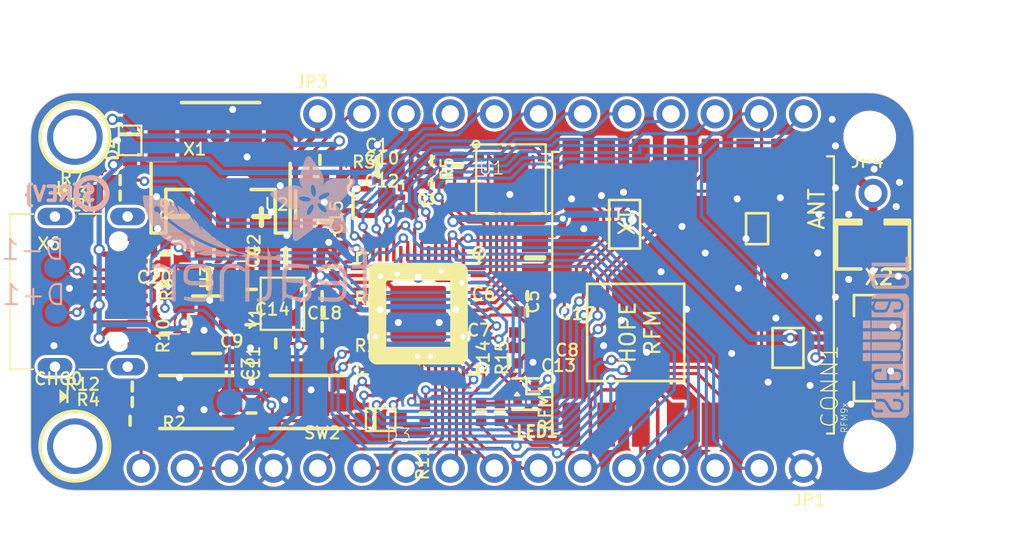
<source format=kicad_pcb>
(kicad_pcb (version 20221018) (generator pcbnew)
  (layers (0 "F.Cu" signal) (31 "B.Cu" signal) (34 "B.Paste" user) (35 "F.Paste" user) (36 "B.SilkS" user "B.Silkscreen") (37 "F.SilkS" user "F.Silkscreen") (38 "B.Mask" user) (39 "F.Mask" user) (44 "Edge.Cuts" user))
  (net 0 "")
  (net 1 "GND")
  (net 2 "MOSI")
  (net 3 "MISO")
  (net 4 "SCK")
  (net 5 "D24")
  (net 6 "A3")
  (net 7 "A2")
  (net 8 "A1")
  (net 9 "D11")
  (net 10 "D12")
  (net 11 "+3V3")
  (net 12 "VBUS")
  (net 13 "VBAT")
  (net 14 "N$2")
  (net 15 "D13")
  (net 16 "A0")
  (net 17 "N$1")
  (net 18 "N$3")
  (net 19 "N$4")
  (net 20 "SCL")
  (net 21 "SDA")
  (net 22 "D9")
  (net 23 "D6")
  (net 24 "D5")
  (net 25 "D10")
  (net 26 "D+")
  (net 27 "D-")
  (net 28 "~{RESET}")
  (net 29 "EN")
  (net 30 "VHI")
  (net 31 "QSPI_DATA[0]")
  (net 32 "QSPI_DATA[1]")
  (net 33 "QSPI_SCK")
  (net 34 "QSPI_CS")
  (net 35 "QSPI_DATA[3]")
  (net 36 "QSPI_DATA[2]")
  (net 37 "D4")
  (net 38 "CC1")
  (net 39 "CC2")
  (net 40 "1.2V")
  (net 41 "SWCLK")
  (net 42 "SWDIO")
  (net 43 "TX")
  (net 44 "RX")
  (net 45 "N$5")
  (net 46 "N$6")
  (net 47 "D25")
  (net 48 "N$7")
  (net 49 "USB_D+")
  (net 50 "USB_D-")
  (net 51 "USBBOOT")
  (net 52 "N$16")
  (net 53 "RFM_RST")
  (net 54 "RFM_CS")
  (net 55 "RFOUT")
  (net 56 "RFM_IO0")
  (net 57 "RFM_IO5")
  (net 58 "RFM_IO4")
  (net 59 "RFM_IO2")
  (net 60 "RFM_IO1")
  (net 61 "RFM_IO3")
  (footprint "working:PLABEL18" (layer "F.Cu") (at 170.5991 111.9886)
    (fp_text reference "PLABEL18" hide)
    (fp_text value "" hide)
  )
  (footprint "working:_0402NO" (layer "F.Cu") (at 150.5966 109.1311)
    (fp_text reference "C13")
    (fp_text value "0.1uF")
  )
  (footprint "working:CRYSTAL_2.5X2" (layer "F.Cu") (at 137.5791 105.7021 90)
    (fp_text reference "Y1")
    (fp_text value "12MHz/12pF")
  )
  (footprint "working:PLABEL19" (layer "F.Cu") (at 153.2001 95.9866)
    (fp_text reference "PLABEL19" hide)
    (fp_text value "" hide)
  )
  (footprint "working:_0402NO" (layer "F.Cu") (at 137.1981 107.9881 180)
    (fp_text reference "C9")
    (fp_text value "0.1uF")
  )
  (footprint "working:CHIPLED_0603_NOOUTLINE" (layer "F.Cu") (at 124.9206 99.0111 90)
    (fp_text reference "L0")
    (fp_text value "RED")
  )
  (footprint "working:_0402NO" (layer "F.Cu") (at 145.7706 111.9886 -90)
    (fp_text reference "R11")
    (fp_text value "1K")
  )
  (footprint "working:CHIPLED_0603_NOOUTLINE" (layer "F.Cu") (at 125.0061 111.0361 -90)
    (fp_text reference "CHG0")
    (fp_text value "ORANGE")
  )
  (footprint "working:USON8_4X4" (layer "F.Cu") (at 150.7236 98.5266)
    (fp_text reference "U1")
    (fp_text value "8MB QSPI")
  )
  (footprint "working:PLABEL8" (layer "F.Cu") (at 144.6911 113.6396)
    (fp_text reference "PLABEL8" hide)
    (fp_text value "" hide)
  )
  (footprint "working:SK6805_1515" (layer "F.Cu") (at 151.6126 110.8964 180)
    (fp_text reference "LED1")
    (fp_text value "WS2812B_SK6805_1515")
  )
  (footprint "working:PLABEL2" (layer "F.Cu") (at 126.8984 110.9218 90)
    (fp_text reference "PLABEL2" hide)
    (fp_text value "" hide)
  )
  (footprint "working:_0402NO" (layer "F.Cu") (at 149.0091 111.9251 90)
    (fp_text reference "R14")
    (fp_text value "10K")
  )
  (footprint "working:PLABEL7" (layer "F.Cu") (at 142.1511 113.6396)
    (fp_text reference "PLABEL7" hide)
    (fp_text value "" hide)
  )
  (footprint "working:PLABEL4" (layer "F.Cu") (at 129.4511 113.6396)
    (fp_text reference "PLABEL4" hide)
    (fp_text value "" hide)
  )
  (footprint "working:_0402NO" (layer "F.Cu") (at 128.9431 110.4646 180)
    (fp_text reference "R12")
    (fp_text value "5.1K")
  )
  (footprint "working:SOT23-5" (layer "F.Cu") (at 139.9921 99.9871 180)
    (fp_text reference "U2")
    (fp_text value "RT9080-3.3")
  )
  (footprint "working:PLABEL0" (layer "F.Cu") (at 139.1666 109.0676)
    (fp_text reference "PLABEL0" hide)
    (fp_text value "" hide)
  )
  (footprint "working:JSTPH2_BATT" (layer "F.Cu") (at 134.0231 98.7806)
    (fp_text reference "X1")
    (fp_text value "JSTPH")
  )
  (footprint "" (layer "F.Cu") (at 171.3611 96.1136)
    (fp_text reference "@HOLE0" hide)
    (fp_text value "")
  )
  (footprint "working:BTN_RKB2_4.6X2.8" (layer "F.Cu") (at 138.9761 111.3536 180)
    (fp_text reference "SW2")
    (fp_text value "KMR2")
  )
  (footprint "working:SOD-323F" (layer "F.Cu") (at 128.8161 96.3041 90)
    (fp_text reference "D4")
    (fp_text value "PMEG2020AEA")
  )
  (footprint "working:_0402NO" (layer "F.Cu") (at 139.8651 105.2576)
    (fp_text reference "R6")
    (fp_text value "1K")
  )
  (footprint "working:USB_C_CUSB31-CFM2AX-01-X" (layer "F.Cu") (at 126.9746 105.0036 -90)
    (fp_text reference "X6")
    (fp_text value "USB Type C")
  )
  (footprint "working:0805-NO" (layer "F.Cu") (at 137.7731 103.0501 180)
    (fp_text reference "C4")
    (fp_text value "10uF")
  )
  (footprint "working:_0402NO" (layer "F.Cu") (at 150.0886 111.9251 90)
    (fp_text reference "R15")
    (fp_text value "10K")
  )
  (footprint "working:MOUNTINGHOLE_2.5_PLATED" (layer "F.Cu") (at 125.6411 96.1136 -90)
    (fp_text reference "U$31" hide)
    (fp_text value "MOUNTINGHOLE2.5" hide)
  )
  (footprint "working:SOT23-5" (layer "F.Cu") (at 133.223 106.9086 90)
    (fp_text reference "U3")
    (fp_text value "MCP73831T-2ACI/OT")
  )
  (footprint "working:PLABEL16" (layer "F.Cu") (at 139.6111 96.2406)
    (fp_text reference "PLABEL16" hide)
    (fp_text value "" hide)
  )
  (footprint "working:_0402NO" (layer "F.Cu") (at 128.2446 99.4791 180)
    (fp_text reference "R13")
    (fp_text value "5.1K")
  )
  (footprint "working:PLABEL1" (layer "F.Cu") (at 132.8801 109.0676)
    (fp_text reference "PLABEL1" hide)
    (fp_text value "" hide)
  )
  (footprint "working:_0402NO" (layer "F.Cu") (at 151.4221 108.2421)
    (fp_text reference "C8")
    (fp_text value "1uF")
  )
  (footprint "working:PLABEL5" (layer "F.Cu") (at 137.0711 113.6396)
    (fp_text reference "PLABEL5" hide)
    (fp_text value "" hide)
  )
  (footprint "working:PLABEL21" (layer "F.Cu") (at 169.4561 114.0206)
    (fp_text reference "PLABEL21" hide)
    (fp_text value "" hide)
  )
  (footprint "working:FIDUCIAL_1MM" (layer "F.Cu") (at 133.8961 95.9866 -90)
    (fp_text reference "U$34" hide)
    (fp_text value "FIDUCIAL_1MM" hide)
  )
  (footprint "working:1X12_ROUND" (layer "F.Cu") (at 153.5811 94.7801)
    (fp_text reference "JP3")
    (fp_text value "")
  )
  (footprint "working:_0402NO" (layer "F.Cu") (at 146.1516 98.7806 180)
    (fp_text reference "C12")
    (fp_text value "0.1uF")
  )
  (footprint "working:PLABEL22" (layer "F.Cu") (at 170.0911 99.0346 90)
    (fp_text reference "PLABEL22" hide)
    (fp_text value "" hide)
  )
  (footprint "working:PLABEL11" (layer "F.Cu") (at 152.3111 113.6396)
    (fp_text reference "PLABEL11" hide)
    (fp_text value "" hide)
  )
  (footprint "working:_0402NO" (layer "F.Cu") (at 135.7376 106.9086 -90)
    (fp_text reference "C3")
    (fp_text value "22pF")
  )
  (footprint "working:_0402NO" (layer "F.Cu") (at 151.6761 105.2576 180)
    (fp_text reference "C6")
    (fp_text value "0.1uF")
  )
  (footprint "working:PLABEL3" (layer "F.Cu") (at 126.6444 99.1743 90)
    (fp_text reference "PLABEL3" hide)
    (fp_text value "" hide)
  )
  (footprint "working:_0402NO" (layer "F.Cu") (at 139.8651 107.0356)
    (fp_text reference "C18")
    (fp_text value "0.1uF")
  )
  (footprint "working:MOUNTINGHOLE_2.5_PLATED" (layer "F.Cu") (at 125.6411 113.8936 -90)
    (fp_text reference "U$32" hide)
    (fp_text value "MOUNTINGHOLE2.5" hide)
  )
  (footprint "working:_0402NO" (layer "F.Cu") (at 135.8265 104.8766 90)
    (fp_text reference "C2")
    (fp_text value "22pF")
  )
  (footprint "working:PLABEL6" (layer "F.Cu") (at 139.6111 113.6396)
    (fp_text reference "PLABEL6" hide)
    (fp_text value "" hide)
  )
  (footprint "working:PLABEL14" (layer "F.Cu") (at 144.6911 96.2406)
    (fp_text reference "PLABEL14" hide)
    (fp_text value "" hide)
  )
  (footprint "working:_0402NO" (layer "F.Cu") (at 139.7381 97.4217)
    (fp_text reference "R3")
    (fp_text value "10K")
  )
  (footprint "working:_0402NO" (layer "F.Cu") (at 128.8161 112.4331)
    (fp_text reference "R2")
    (fp_text value "10K")
  )
  (footprint "working:RFMHCW_SMT" (layer "F.Cu") (at 161.2011 105.0671 90)
    (fp_text reference "RFM1")
    (fp_text value "RFM9x")
  )
  (footprint "working:_0402NO" (layer "F.Cu") (at 146.159306 97.454804 180)
    (fp_text reference "C10")
    (fp_text value "1uF")
  )
  (footprint "working:U.FL" (layer "F.Cu") (at 171.5516 101.6381 180)
    (fp_text reference "X2")
    (fp_text value "uFL")
  )
  (footprint "working:_0402NO" (layer "F.Cu") (at 128.9431 111.3536 180)
    (fp_text reference "R4")
    (fp_text value "10K")
  )
  (footprint "" (layer "F.Cu") (at 171.3611 113.8936)
    (fp_text reference "@HOLE1" hide)
    (fp_text value "")
  )
  (footprint "working:_0402NO" (layer "F.Cu") (at 130.8481 104.6861 -90)
    (fp_text reference "R10")
    (fp_text value "22 ohm")
  )
  (footprint "working:FIDUCIAL_1MM" (layer "F.Cu") (at 169.3763 115.6646 -90)
    (fp_text reference "U$35" hide)
    (fp_text value "FIDUCIAL_1MM" hide)
  )
  (footprint "working:1X16_ROUND" (layer "F.Cu") (at 148.5011 115.1636 180)
    (fp_text reference "JP1")
    (fp_text value "")
  )
  (footprint "working:_0402NO" (layer "F.Cu") (at 128.2446 98.5901 180)
    (fp_text reference "R7")
    (fp_text value "10K")
  )
  (footprint "working:PLABEL17" (layer "F.Cu") (at 133.3881 113.6396)
    (fp_text reference "PLABEL17" hide)
    (fp_text value "" hide)
  )
  (footprint "working:DFN2015-3" (layer "F.Cu") (at 143.4846 99.5807)
    (fp_text reference "Q3")
    (fp_text value "DMG3415UFY")
  )
  (footprint "working:_0402NO" (layer "F.Cu") (at 139.8651 107.9881)
    (fp_text reference "R1")
    (fp_text value "10K")
  )
  (footprint "working:JST_SH4_RA" (layer "F.Cu") (at 171.1071 108.3056 90)
    (fp_text reference "CONN1")
    (fp_text value "STEMMA_I2C_QTRA")
  )
  (footprint "working:_0402NO" (layer "F.Cu") (at 130.8481 102.7811 90)
    (fp_text reference "R9")
    (fp_text value "22 ohm")
  )
  (footprint "working:PLABEL12" (layer "F.Cu") (at 150.7871 95.8596)
    (fp_text reference "PLABEL12" hide)
    (fp_text value "" hide)
  )
  (footprint "working:0805-NO" (layer "F.Cu") (at 133.3246 104.3051 180)
    (fp_text reference "C20")
    (fp_text value "10uF")
  )
  (footprint "working:PLABEL15" (layer "F.Cu") (at 142.1511 96.2406)
    (fp_text reference "PLABEL15" hide)
    (fp_text value "" hide)
  )
  (footprint "working:_0402NO" (layer "F.Cu") (at 130.81 107.4166 90)
    (fp_text reference "R8")
    (fp_text value "5.1K")
  )
  (footprint "working:PLABEL20" (layer "F.Cu") (at 169.9641 94.2086)
    (fp_text reference "PLABEL20" hide)
    (fp_text value "" hide)
  )
  (footprint "working:PLABEL10" (layer "F.Cu") (at 149.7711 113.6396)
    (fp_text reference "PLABEL10" hide)
    (fp_text value "" hide)
  )
  (footprint "working:0805-NO" (layer "F.Cu") (at 143.0451 97.8008)
    (fp_text reference "C1")
    (fp_text value "10uF")
  )
  (footprint "working:_0402NO" (layer "F.Cu") (at 147.6883 97.7519 90)
    (fp_text reference "R5")
    (fp_text value "10K")
  )
  (footprint "working:_0402NO" (layer "F.Cu") (at 151.4221 107.3531 180)
    (fp_text reference "C7")
    (fp_text value "0.1uF")
  )
  (footprint "working:PLABEL9" (layer "F.Cu") (at 147.2311 113.6396)
    (fp_text reference "PLABEL9" hide)
    (fp_text value "" hide)
  )
  (footprint "working:PLABEL13" (layer "F.Cu") (at 147.2311 96.2406)
    (fp_text reference "PLABEL13" hide)
    (fp_text value "" hide)
  )
  (footprint "working:0805-NO" (layer "F.Cu") (at 152.1079 103.0605 -90)
    (fp_text reference "C5")
    (fp_text value "10uF")
  )
  (footprint "working:SOD-323F" (layer "F.Cu") (at 143.2306 112.3696 180)
    (fp_text reference "D3")
    (fp_text value "1N4148")
  )
  (footprint "working:1X01_ROUND" (layer "F.Cu") (at 171.5516 99.3521)
    (fp_text reference "JP4")
    (fp_text value "")
  )
  (footprint "working:_0402NO" (layer "F.Cu") (at 139.8651 106.1466 180)
    (fp_text reference "C14")
    (fp_text value "0.1uF")
  )
  (footprint "working:_0402NO" (layer "F.Cu") (at 140.5636 103.6066 90)
    (fp_text reference "C15")
    (fp_text value "1uF")
  )
  (footprint "working:QFN56_7MM_REDUCEDEPAD" (layer "F.Cu") (at 145.3896 106.2736 -90)
    (fp_text reference "IC1" hide)
    (fp_text value "RP2040_QFN56" hide)
  )
  (footprint "working:_0402NO" (layer "F.Cu") (at 135.8011 111.9886 90)
    (fp_text reference "C11")
    (fp_text value "1uF")
  )
  (footprint "working:BTN_RKB2_4.6X2.8" (layer "F.Cu") (at 132.6261 111.3536 180)
    (fp_text reference "SW1" hide)
    (fp_text value "KMR2" hide)
  )
  (footprint "working:_0402NO" (layer "F.Cu") (at 151.6761 106.1466)
    (fp_text reference "C17")
    (fp_text value "1uF")
  )
  (footprint "working:PLABEL25" (layer "B.Cu") (at 139.4841 113.6396 180)
    (fp_text reference "PLABEL25" hide)
    (fp_text value "" hide)
  )
  (footprint "working:PLABEL35" (layer "B.Cu") (at 164.8841 113.6396 180)
    (fp_text reference "PLABEL35" hide)
    (fp_text value "" hide)
  )
  (footprint "working:PLABEL53" (layer "B.Cu") (at 136.6901 108.2421 180)
    (fp_text reference "PLABEL53" hide)
    (fp_text value "" hide)
  )
  (footprint "working:PLABEL40" (layer "B.Cu") (at 159.9311 96.3676 180)
    (fp_text reference "PLABEL40" hide)
    (fp_text value "" hide)
  )
  (footprint "working:PLABEL45" (layer "B.Cu") (at 142.1511 96.3676 180)
    (fp_text reference "PLABEL45" hide)
    (fp_text value "" hide)
  )
  (footprint "working:STEMMAQT" (layer "B.Cu") (at 170.9801 112.2426 90)
    (fp_text reference "U$46" hide)
    (fp_text value "" hide)
  )
  (footprint "working:FEATHERLOGO_SMALL" (layer "B.Cu") (at 142.9131 105.6386 180)
    (fp_text reference "U$47" hide)
    (fp_text value "" hide)
  )
  (footprint "working:PLABEL47" (layer "B.Cu") (at 152.3111 96.3676 180)
    (fp_text reference "PLABEL47" hide)
    (fp_text value "" hide)
  )
  (footprint "working:PLABEL24" (layer "B.Cu") (at 136.9441 113.6396 180)
    (fp_text reference "PLABEL24" hide)
    (fp_text value "" hide)
  )
  (footprint "working:PLABEL46" (layer "B.Cu") (at 139.6111 96.3676 180)
    (fp_text reference "PLABEL46" hide)
    (fp_text value "" hide)
  )
  (footprint "working:PLABEL33" (layer "B.Cu") (at 159.8041 113.6396 180)
    (fp_text reference "PLABEL33" hide)
    (fp_text value "" hide)
  )
  (footprint "working:PLABEL52" (layer "B.Cu") (at 170.5991 110.9726 180)
    (fp_text reference "PLABEL52" hide)
    (fp_text value "" hide)
  )
  (footprint "working:PLABEL49" (layer "B.Cu") (at 132.6261 96.6216 180)
    (fp_text reference "PLABEL49" hide)
    (fp_text value "" hide)
  )
  (footprint "working:PLABEL27" (layer "B.Cu") (at 144.5641 113.6396 180)
    (fp_text reference "PLABEL27" hide)
    (fp_text value "" hide)
  )
  (footprint "working:PLABEL540" (layer "B.Cu") (at 169.5831 105.7656 180)
    (fp_text reference "PLABEL540" hide)
    (fp_text value "" hide)
  )
  (footprint "working:PLABEL32" (layer "B.Cu") (at 157.3911 113.6396 180)
    (fp_text reference "PLABEL32" hide)
    (fp_text value "" hide)
  )
  (footprint "working:PLABEL30" (layer "B.Cu") (at 152.1841 113.6396 180)
    (fp_text reference "PLABEL30" hide)
    (fp_text value "" hide)
  )
  (footprint "working:PLABEL38" (layer "B.Cu") (at 168.0591 96.3676 180)
    (fp_text reference "PLABEL38" hide)
    (fp_text value "" hide)
  )
  (footprint "working:PLABEL41" (layer "B.Cu") (at 157.3911 96.3676 180)
    (fp_text reference "PLABEL41" hide)
    (fp_text value "" hide)
  )
  (footprint "working:PLABEL44" (layer "B.Cu") (at 144.6911 96.3676 180)
    (fp_text reference "PLABEL44" hide)
    (fp_text value "" hide)
  )
  (footprint "working:PLABEL34" (layer "B.Cu") (at 162.3441 113.6396 180)
    (fp_text reference "PLABEL34" hide)
    (fp_text value "" hide)
  )
  (footprint "working:PLABEL24" (layer "B.Cu") (at 167.5511 113.6396 180)
    (fp_text reference "PLABEL54" hide)
    (fp_text value "" hide)
  )
  (footprint "working:PLABEL29" (layer "B.Cu") (at 149.6441 113.6396 180)
    (fp_text reference "PLABEL29" hide)
    (fp_text value "" hide)
  )
  (footprint "working:PLABEL51" (layer "B.Cu") (at 169.5831 107.4166 180)
    (fp_text reference "PLABEL51" hide)
    (fp_text value "" hide)
  )
  (footprint "working:PLABEL36" (layer "B.Cu") (at 133.2611 113.6396 180)
    (fp_text reference "PLABEL36" hide)
    (fp_text value "" hide)
  )
  (footprint "working:PLABEL42" (layer "B.Cu") (at 154.8511 96.3676 180)
    (fp_text reference "PLABEL42" hide)
    (fp_text value "" hide)
  )
  (footprint "working:PLABEL39" (layer "B.Cu") (at 162.4711 96.3676 180)
    (fp_text reference "PLABEL39" hide)
    (fp_text value "" hide)
  )
  (footprint "working:PLABEL43" (layer "B.Cu") (at 147.2311 96.3676 180)
    (fp_text reference "PLABEL43" hide)
    (fp_text value "" hide)
  )
  (footprint "working:PCBFEAT-REV-040" (layer "B.Cu") (at 126.5936 99.3521 180)
    (fp_text reference "U$13" hide)
    (fp_text value "" hide)
  )
  (footprint "working:ADAFRUIT_5MM" (layer "B.Cu") (at 141.7701 102.0826 180)
    (fp_text reference "U$45" hide)
    (fp_text value "" hide)
  )
  (footprint "working:PLABEL31" (layer "B.Cu") (at 154.7241 113.6396 180)
    (fp_text reference "PLABEL31" hide)
    (fp_text value "" hide)
  )
  (footprint "working:PLABEL26" (layer "B.Cu") (at 142.0241 113.6396 180)
    (fp_text reference "PLABEL26" hide)
    (fp_text value "" hide)
  )
  (footprint "working:B1,27" (layer "B.Cu") (at 124.4981 103.6066 180)
    (fp_text reference "D-1")
    (fp_text value "TPB1,27")
  )
  (footprint "working:B1,27" (layer "B.Cu") (at 124.5616 106.2101 180)
    (fp_text reference "D+1")
    (fp_text value "TPB1,27")
  )
  (footprint "working:PLABEL28" (layer "B.Cu") (at 147.1041 113.6396 180)
    (fp_text reference "PLABEL28" hide)
    (fp_text value "" hide)
  )
  (footprint "working:PLABEL48" (layer "B.Cu") (at 149.7711 96.3676 180)
    (fp_text reference "PLABEL48" hide)
    (fp_text value "" hide)
  )
  (footprint "working:PLABEL37" (layer "B.Cu") (at 165.0111 96.3676 180)
    (fp_text reference "PLABEL37" hide)
    (fp_text value "" hide)
  )
  (footprint "working:TESTPOINT_ROUND_1.5MM_NO" (layer "B.Cu") (at 134.5311 111.3536 180)
    (fp_text reference "TP3" hide)
    (fp_text value "" hide)
  )
  (footprint "working:PLABEL23" (layer "B.Cu") (at 129.5781 113.6396 180)
    (fp_text reference "PLABEL23" hide)
    (fp_text value "" hide)
  )
  (gr_line (start 147.7391 108.6866) (end 143.0401 108.6866) (stroke (width 1.016)) (layer "F.SilkS"))
  (gr_line (start 143.0401 103.8606) (end 147.7391 103.8606) (stroke (width 1.016)) (layer "F.SilkS"))
  (gr_line (start 147.7391 103.8606) (end 147.7391 108.6866) (stroke (width 1.016)) (layer "F.SilkS"))
  (gr_line (start 143.0401 108.6866) (end 143.0401 103.8606) (stroke (width 1.016)) (layer "F.SilkS"))
  (gr_line (start 173.9011 113.8936) (end 173.9011 96.1136) (stroke (width 0.05)) (layer "Edge.Cuts"))
  (gr_arc (start 171.3611 93.5736) (mid 173.157151 94.317549) (end 173.9011 96.1136) (stroke (width 0.05)) (layer "Edge.Cuts"))
  (gr_arc (start 173.9011 113.8936) (mid 173.157151 115.689651) (end 171.3611 116.4336) (stroke (width 0.05)) (layer "Edge.Cuts"))
  (gr_line (start 123.1011 96.1136) (end 123.1011 113.8936) (stroke (width 0.05)) (layer "Edge.Cuts"))
  (gr_arc (start 123.1011 96.1136) (mid 123.845049 94.317549) (end 125.6411 93.5736) (stroke (width 0.05)) (layer "Edge.Cuts"))
  (gr_arc (start 125.6411 116.4336) (mid 123.845049 115.689651) (end 123.1011 113.8936) (stroke (width 0.05)) (layer "Edge.Cuts"))
  (gr_line (start 171.3611 93.5736) (end 125.6411 93.5736) (stroke (width 0.05)) (layer "Edge.Cuts"))
  (gr_line (start 125.6411 116.4336) (end 171.3611 116.4336) (stroke (width 0.05)) (layer "Edge.Cuts"))
  (gr_text "" (at 134.5311 113.3856) (layer "F.SilkS") (effects (font (size 0.89408 0.89408) (thickness 0.12192))))
  (segment (start 144.9451 105.8291) (end 145.3896 106.2736) (width 0.4064) (layer "F.Cu") (net 1))
  (segment (start 139.0777 107.315) (end 136.9187 107.315) (width 0.3048) (layer "F.Cu") (net 1))
  (segment (start 148.8736 99.7266) (end 150.3491 99.7266) (width 0.3048) (layer "F.Cu") (net 1))
  (segment (start 141.9396 105.2736) (end 144.0721 105.2736) (width 0.1778) (layer "F.Cu") (net 1))
  (segment (start 144.7546 106.2736) (end 144.2466 106.7816) (width 0.3048) (layer "F.Cu") (net 1))
  (segment (start 130.6231 95.6296) (end 129.9486 96.3041) (width 0.3048) (layer "F.Cu") (net 1))
  (segment (start 145.3896 106.2736) (end 144.7546 106.2736) (width 0.3048) (layer "F.Cu") (net 1))
  (segment (start 129.8571 108.2036) (end 130.2766 108.6231) (width 0.3048) (layer "F.Cu") (net 1))
  (segment (start 132.3746 104.3051) (end 132.8801 103.7996) (width 0.3048) (layer "F.Cu") (net 1))
  (segment (start 136.6901 107.5436) (end 136.6901 107.9881) (width 0.3048) (layer "F.Cu") (net 1))
  (segment (start 130.4671 106.9086) (end 130.175 107.2007) (width 0.3048) (layer "F.Cu") (net 1))
  (segment (start 144.5641 105.8291) (end 144.0561 105.3211) (width 0.4064) (layer "F.Cu") (net 1))
  (segment (start 130.4671 110.4646) (end 130.6531 110.2786) (width 0.3048) (layer "F.Cu") (net 1))
  (segment (start 140.2461 102.1969) (end 140.2461 102.1715) (width 0.3048) (layer "F.Cu") (net 1))
  (segment (start 130.175 107.2007) (end 130.175 107.8357) (width 0.3048) (layer "F.Cu") (net 1))
  (segment (start 130.2766 108.6231) (end 132.8801 108.6231) (width 0.3048) (layer "F.Cu") (net 1))
  (segment (start 135.623125 106.4006) (end 135.115125 106.9086) (width 0.3048) (layer "F.Cu") (net 1))
  (segment (start 144.0721 105.2736) (end 144.1196 105.3211) (width 0.1778) (layer "F.Cu") (net 1))
  (segment (start 135.7376 108.2421) (end 135.9329 108.0468) (width 0.3048) (layer "F.Cu") (net 1))
  (segment (start 140.5636 102.5144) (end 140.2461 102.1969) (width 0.3048) (layer "F.Cu") (net 1))
  (segment (start 136.9187 107.315) (end 136.6901 107.5436) (width 0.3048) (layer "F.Cu") (net 1))
  (segment (start 140.5636 103.0986) (end 140.5636 102.5144) (width 0.3048) (layer "F.Cu") (net 1))
  (segment (start 150.7236 98.5266) (end 150.7236 99.3521) (width 0.3048) (layer "F.Cu") (net 1))
  (segment (start 129.4511 110.4646) (end 130.4671 110.4646) (width 0.3048) (layer "F.Cu") (net 1))
  (segment (start 136.174375 108.0468) (end 136.233075 107.9881) (width 0.3048) (layer "F.Cu") (net 1))
  (segment (start 130.81 106.9086) (end 130.4671 106.9086) (width 0.3048) (layer "F.Cu") (net 1))
  (segment (start 132.8801 101.473) (end 133.0231 101.33) (width 0.3048) (layer "F.Cu") (net 1))
  (segment (start 150.3491 99.7266) (end 150.6601 99.4156) (width 0.3048) (layer "F.Cu") (net 1))
  (segment (start 133.0706 108.4326) (end 133.0706 107.2261) (width 0.3048) (layer "F.Cu") (net 1))
  (segment (start 132.8801 103.7996) (end 132.8801 101.473) (width 0.3048) (layer "F.Cu") (net 1))
  (segment (start 129.9486 96.3041) (end 128.096493 96.3041) (width 0.3048) (layer "F.Cu") (net 1))
  (segment (start 132.8801 108.6231) (end 133.0706 108.4326) (width 0.3048) (layer "F.Cu") (net 1))
  (segment (start 133.0231 101.33) (end 133.0231 100.8296) (width 0.3048) (layer "F.Cu") (net 1))
  (segment (start 135.7376 106.4006) (end 135.623125 106.4006) (width 0.3048) (layer "F.Cu") (net 1))
  (segment (start 144.9451 105.8291) (end 144.5641 105.8291) (width 0.4064) (layer "F.Cu") (net 1))
  (segment (start 129.2496 108.2036) (end 129.8071 108.2036) (width 0.3048) (layer "F.Cu") (net 1))
  (segment (start 150.7236 99.3521) (end 150.6601 99.4156) (width 0.3048) (layer "F.Cu") (net 1))
  (segment (start 135.115125 106.9086) (end 134.5231 106.9086) (width 0.3048) (layer "F.Cu") (net 1))
  (segment (start 139.3571 107.0356) (end 139.0777 107.315) (width 0.3048) (layer "F.Cu") (net 1))
  (segment (start 144.1196 105.3211) (end 144.0561 105.3211) (width 0.4064) (layer "F.Cu") (net 1))
  (segment (start 135.9329 108.0468) (end 136.174375 108.0468) (width 0.3048) (layer "F.Cu") (net 1))
  (segment (start 130.175 107.8357) (end 129.8071 108.2036) (width 0.3048) (layer "F.Cu") (net 1))
  (segment (start 129.8071 108.2036) (end 129.8571 108.2036) (width 0.3048) (layer "F.Cu") (net 1))
  (segment (start 136.233075 107.9881) (end 136.6901 107.9881) (width 0.3048) (layer "F.Cu") (net 1))
  (via (at 150.6601 99.4156) (size 0.654) (drill 0.4) (layers "F.Cu" "B.Cu") (net 1))
  (via (at 146.5961 106.7816) (size 0.654) (drill 0.4) (layers "F.Cu" "B.Cu") (net 1))
  (via (at 171.6151 97.9551) (size 0.654) (drill 0.4) (layers "F.Cu" "B.Cu") (net 1))
  (via (at 134.7216 94.5261) (size 0.654) (drill 0.4) (layers "F.Cu" "B.Cu") (net 1))
  (via (at 131.6736 109.9566) (size 0.654) (drill 0.4) (layers "F.Cu" "B.Cu") (net 1))
  (via (at 130.3401 99.5426) (size 0.654) (drill 0.4) (layers "F.Cu" "B.Cu") (net 1))
  (via (at 151.9936 109.0676) (size 0.654) (drill 0.4) (layers "F.Cu" "B.Cu") (net 1))
  (via (at 155.9306 99.4791) (size 0.654) (drill 0.4) (layers "F.Cu" "B.Cu") (net 1))
  (via (at 133.4008 105.4989) (size 0.654) (drill 0.4) (layers "F.Cu" "B.Cu") (net 1))
  (via (at 167.9321 110.4011) (size 0.654) (drill 0.4) (layers "F.Cu" "B.Cu") (net 1))
  (via (at 139.2301 110.6551) (size 0.654) (drill 0.4) (layers "F.Cu" "B.Cu") (net 1))
  (via (at 154.2161 99.6696) (size 0.654) (drill 0.4) (layers "F.Cu" "B.Cu") (net 1))
  (via (at 169.3926 96.6216) (size 0.654) (drill 0.4) (layers "F.Cu" "B.Cu") (net 1))
  (via (at 153.1366 105.2576) (size 0.654) (drill 0.4) (layers "F.Cu" "B.Cu") (net 1))
  (via (at 169.3926 99.0346) (size 0.654) (drill 0.4) (layers "F.Cu" "B.Cu") (net 1))
  (via (at 169.2021 95.0976) (size 0.654) (drill 0.4) (layers "F.Cu" "B.Cu") (net 1))
  (via (at 133.0706 111.7981) (size 0.654) (drill 0.4) (layers "F.Cu" "B.Cu") (net 1))
  (via (at 158.5341 108.4961) (size 0.654) (drill 0.4) (layers "F.Cu" "B.Cu") (net 1))
  (via (at 166.2176 99.6061) (size 0.654) (drill 0.4) (layers "F.Cu" "B.Cu") (net 1))
  (via (at 137.4521 98.9076) (size 0.654) (drill 0.4) (layers "F.Cu" "B.Cu") (net 1))
  (via (at 135.8011 110.2106) (size 0.654) (drill 0.4) (layers "F.Cu" "B.Cu") (net 1))
  (via (at 160.8201 106.0196) (size 0.654) (drill 0.4) (layers "F.Cu" "B.Cu") (net 1))
  (via (at 135.7376 108.2421) (size 0.654) (drill 0.4) (layers "F.Cu" "B.Cu") (net 1))
  (via (at 136.9441 100.4316) (size 0.654) (drill 0.4) (layers "F.Cu" "B.Cu") (net 1))
  (via (at 133.0706 107.2261) (size 0.654) (drill 0.4) (layers "F.Cu" "B.Cu") (net 1))
  (via (at 161.8996 102.7811) (size 0.654) (drill 0.4) (layers "F.Cu" "B.Cu") (net 1))
  (via (at 172.6946 107.0356) (size 0.654) (drill 0.4) (layers "F.Cu" "B.Cu") (net 1))
  (via (at 128.096493 96.3041) (size 0.654) (drill 0.4) (layers "F.Cu" "B.Cu") (net 1))
  (via (at 157.2006 99.2886) (size 0.654) (drill 0.4) (layers "F.Cu" "B.Cu") (net 1))
  (via (at 131.7371 111.7346) (size 0.654) (drill 0.4) (layers "F.Cu" "B.Cu") (net 1))
  (via (at 145.3896 104.1654) (size 0.654) (drill 0.4) (layers "F.Cu" "B.Cu") (net 1))
  (via (at 137.8331 101.7651) (size 0.654) (drill 0.4) (layers "F.Cu" "B.Cu") (net 1))
  (via (at 170.1546 100.5586) (size 0.654) (drill 0.4) (layers "F.Cu" "B.Cu") (net 1))
  (via (at 144.2466 106.7816) (size 0.654) (drill 0.4) (layers "F.Cu" "B.Cu") (net 1))
  (via (at 168.4401 100.5586) (size 0.654) (drill 0.4) (layers "F.Cu" "B.Cu") (net 1))
  (via (at 160.5661 101.2571) (size 0.654) (drill 0.4) (layers "F.Cu" "B.Cu") (net 1))
  (via (at 156.0576 108.1151) (size 0.654) (drill 0.4) (layers "F.Cu" "B.Cu") (net 1))
  (via (at 173.0121 104.1146) (size 0.654) (drill 0.4) (layers "F.Cu" "B.Cu") (net 1))
  (via (at 143.0401 96.5581) (size 0.654) (drill 0.4) (layers "F.Cu" "B.Cu") (net 1))
  (via (at 124.4346 108.1151) (size 0.654) (drill 0.4) (layers "F.Cu" "B.Cu") (net 1))
  (via (at 125.3236 104.8131) (size 0.654) (drill 0.4) (layers "F.Cu" "B.Cu") (net 1))
  (via (at 163.4236 108.5596) (size 0.654) (drill 0.4) (layers "F.Cu" "B.Cu") (net 1))
  (via (at 164.2491 101.9556) (size 0.654) (drill 0.4) (layers "F.Cu" "B.Cu") (net 1))
  (via (at 168.4401 106.5276) (size 0.654) (drill 0.4) (layers "F.Cu" "B.Cu") (net 1))
  (via (at 165.5191 110.2106) (size 0.654) (drill 0.4) (layers "F.Cu" "B.Cu") (net 1))
  (via (at 168.3766 102.7811) (size 0.654) (drill 0.4) (layers "F.Cu" "B.Cu") (net 1))
  (via (at 163.8046 104.8131) (size 0.654) (drill 0.4) (layers "F.Cu" "B.Cu") (net 1))
  (via (at 172.8851 100.1141) (size 0.654) (drill 0.4) (layers "F.Cu" "B.Cu") (net 1))
  (via (at 130.4036 101.3841) (size 0.654) (drill 0.4) (layers "F.Cu" "B.Cu") (net 1))
  (via (at 170.2816 111.4806) (size 0.654) (drill 0.4) (layers "F.Cu" "B.Cu") (net 1))
  (via (at 157.0736 106.6546) (size 0.654) (drill 0.4) (layers "F.Cu" "B.Cu") (net 1))
  (via (at 165.9636 106.5276) (size 0.654) (drill 0.4) (layers "F.Cu" "B.Cu") (net 1))
  (via (at 140.2461 102.1715) (size 0.654) (drill 0.4) (layers "F.Cu" "B.Cu") (net 1))
  (via (at 166.4716 104.1146) (size 0.654) (drill 0.4) (layers "F.Cu" "B.Cu") (net 1))
  (via (at 154.9146 101.3841) (size 0.654) (drill 0.4) (layers "F.Cu" "B.Cu") (net 1))
  (via (at 159.3596 103.8606) (size 0.654) (drill 0.4) (layers "F.Cu" "B.Cu") (net 1))
  (via (at 137.7061 111.2266) (size 0.654) (drill 0.4) (layers "F.Cu" "B.Cu") (net 1))
  (via (at 173.0756 98.7171) (size 0.654) (drill 0.4) (layers "F.Cu" "B.Cu") (net 1))
  (via (at 139.9921 99.8601) (size 0.654) (drill 0.4) (layers "F.Cu" "B.Cu") (net 1))
  (via (at 170.1546 104.3051) (size 0.654) (drill 0.4) (layers "F.Cu" "B.Cu") (net 1))
  (via (at 171.5516 103.7971) (size 0.654) (drill 0.4) (layers "F.Cu" "B.Cu") (net 1))
  (via (at 124.2441 102.2096) (size 0.654) (drill 0.4) (layers "F.Cu" "B.Cu") (net 1))
  (via (at 135.5471 97.2566) (size 0.654) (drill 0.4) (layers "F.Cu" "B.Cu") (net 1))
  (via (at 163.7411 99.6696) (size 0.654) (drill 0.4) (layers "F.Cu" "B.Cu") (net 1))
  (via (at 169.3926 105.3211) (size 0.654) (drill 0.4) (layers "F.Cu" "B.Cu") (net 1))
  (via (at 172.5676 109.5756) (size 0.654) (drill 0.4) (layers "F.Cu" "B.Cu") (net 1))
  (segment (start 141.9396 104.8736) (end 142.7891 104.8736) (width 0.1778) (layer "F.Cu") (net 2))
  (segment (start 158.2011 112.6591) (end 158.2011 114.3536) (width 0.2032) (layer "F.Cu") (net 2))
  (segment (start 158.2011 114.3536) (end 157.3911 115.1636) (width 0.2032) (layer "F.Cu") (net 2))
  (segment (start 143.2306 104.4321) (end 143.2306 104.1146) (width 0.1778) (layer "F.Cu") (net 2))
  (segment (start 143.2306 104.4321) (end 142.7891 104.8736) (width 0.1778) (layer "F.Cu") (net 2))
  (via (at 143.2306 104.1146) (size 0.554) (drill 0.3) (layers "F.Cu" "B.Cu") (net 2))
  (segment (start 147.38275 102.9081) (end 147.67485 103.2002) (width 0.1778) (layer "B.Cu") (net 2))
  (segment (start 157.3911 115.1636) (end 160.9217 111.633) (width 0.1778) (layer "B.Cu") (net 2))
  (segment (start 144.506012 102.9081) (end 147.38275 102.9081) (width 0.1778) (layer "B.Cu") (net 2))
  (segment (start 155.3286 103.2002) (end 160.9217 108.7933) (width 0.1778) (layer "B.Cu") (net 2))
  (segment (start 143.2306 104.1146) (end 143.299512 104.1146) (width 0.1778) (layer "B.Cu") (net 2))
  (segment (start 160.9217 108.7933) (end 160.9217 111.633) (width 0.1778) (layer "B.Cu") (net 2))
  (segment (start 147.67485 103.2002) (end 155.3286 103.2002) (width 0.1778) (layer "B.Cu") (net 2))
  (segment (start 144.506012 102.9081) (end 143.299512 104.1146) (width 0.1778) (layer "B.Cu") (net 2))
  (segment (start 156.2011 111.9086) (end 157.0736 111.0361) (width 0.2032) (layer "F.Cu") (net 3))
  (segment (start 143.9896 102.8236) (end 143.9896 101.67435) (width 0.1778) (layer "F.Cu") (net 3))
  (segment (start 159.1691 111.3536) (end 159.1691 114.4016) (width 0.2032) (layer "F.Cu") (net 3))
  (segment (start 159.1691 114.4016) (end 159.9311 115.1636) (width 0.2032) (layer "F.Cu") (net 3))
  (segment (start 157.0736 111.0361) (end 158.8516 111.0361) (width 0.2032) (layer "F.Cu") (net 3))
  (segment (start 156.2011 112.6591) (end 156.2011 111.9086) (width 0.2032) (layer "F.Cu") (net 3))
  (segment (start 158.8516 111.0361) (end 159.1691 111.3536) (width 0.2032) (layer "F.Cu") (net 3))
  (segment (start 144.654 101.20045) (end 144.4635 101.20045) (width 0.1778) (layer "F.Cu") (net 3))
  (segment (start 144.4635 101.20045) (end 143.9896 101.67435) (width 0.1778) (layer "F.Cu") (net 3))
  (via (at 144.654 101.20045) (size 0.554) (drill 0.3) (layers "F.Cu" "B.Cu") (net 3))
  (segment (start 159.9311 115.1636) (end 161.5186 113.5761) (width 0.1778) (layer "B.Cu") (net 3))
  (segment (start 145.162 101.77195) (end 145.162 102.08945) (width 0.1778) (layer "B.Cu") (net 3))
  (segment (start 155.4861 102.8446) (end 161.5186 108.8771) (width 0.1778) (layer "B.Cu") (net 3))
  (segment (start 147.82215 102.8446) (end 147.5115 102.53395) (width 0.1778) (layer "B.Cu") (net 3))
  (segment (start 144.654 101.20045) (end 144.654 101.26395) (width 0.1778) (layer "B.Cu") (net 3))
  (segment (start 145.162 101.77195) (end 144.654 101.26395) (width 0.1778) (layer "B.Cu") (net 3))
  (segment (start 147.5115 102.53395) (end 145.6065 102.53395) (width 0.1778) (layer "B.Cu") (net 3))
  (segment (start 145.6065 102.53395) (end 145.162 102.08945) (width 0.1778) (layer "B.Cu") (net 3))
  (segment (start 155.4861 102.8446) (end 147.82215 102.8446) (width 0.1778) (layer "B.Cu") (net 3))
  (segment (start 161.5186 108.8771) (end 161.5186 113.5761) (width 0.1778) (layer "B.Cu") (net 3))
  (segment (start 144.1781 104.004925) (end 143.7336 103.560425) (width 0.1778) (layer "F.Cu") (net 4))
  (segment (start 142.6591 103.760769) (end 142.6591 104.3686) (width 0.1778) (layer "F.Cu") (net 4))
  (segment (start 155.9306 110.6551) (end 159.1056 110.6551) (width 0.2032) (layer "F.Cu") (net 4))
  (segment (start 154.8511 115.1636) (end 155.2956 114.7191) (width 0.2032) (layer "F.Cu") (net 4))
  (segment (start 143.7336 103.560425) (end 142.859443 103.560425) (width 0.1778) (layer "F.Cu") (net 4))
  (segment (start 142.5541 104.4736) (end 141.9396 104.4736) (width 0.1778) (layer "F.Cu") (net 4))
  (segment (start 155.2956 111.2901) (end 155.9306 110.6551) (width 0.2032) (layer "F.Cu") (net 4))
  (segment (start 159.1056 110.6551) (end 160.2011 111.7506) (width 0.2032) (layer "F.Cu") (net 4))
  (segment (start 142.6591 104.3686) (end 142.5541 104.4736) (width 0.1778) (layer "F.Cu") (net 4))
  (segment (start 142.859443 103.560425) (end 142.6591 103.760769) (width 0.1778) (layer "F.Cu") (net 4))
  (segment (start 155.2956 114.7191) (end 155.2956 111.2901) (width 0.2032) (layer "F.Cu") (net 4))
  (segment (start 160.2011 111.7506) (end 160.2011 112.6591) (width 0.2032) (layer "F.Cu") (net 4))
  (via (at 144.1781 104.004925) (size 0.554) (drill 0.3) (layers "F.Cu" "B.Cu") (net 4))
  (segment (start 144.919325 103.2637) (end 147.23545 103.2637) (width 0.1778) (layer "B.Cu") (net 4))
  (segment (start 155.6131 115.1636) (end 154.8511 115.1636) (width 0.1778) (layer "B.Cu") (net 4))
  (segment (start 155.1813 103.5558) (end 160.1216 108.4961) (width 0.1778) (layer "B.Cu") (net 4))
  (segment (start 160.1216 110.6551) (end 155.6131 115.1636) (width 0.1778) (layer "B.Cu") (net 4))
  (segment (start 160.1216 108.4961) (end 160.1216 110.6551) (width 0.1778) (layer "B.Cu") (net 4))
  (segment (start 147.23545 103.2637) (end 147.52755 103.5558) (width 0.1778) (layer "B.Cu") (net 4))
  (segment (start 144.1781 104.004925) (end 144.919325 103.2637) (width 0.1778) (layer "B.Cu") (net 4))
  (segment (start 147.52755 103.5558) (end 155.1813 103.5558) (width 0.1778) (layer "B.Cu") (net 4))
  (segment (start 148.5778 110.064925) (end 147.9931 110.649625) (width 0.1778) (layer "F.Cu") (net 5))
  (segment (start 145.5896 109.7236) (end 145.5896 108.992713) (width 0.1778) (layer "F.Cu") (net 5))
  (segment (start 145.5444 108.9104) (end 145.3563 108.7223) (width 0.1778) (layer "F.Cu") (net 5))
  (segment (start 145.5444 108.947513) (end 145.5444 108.9104) (width 0.1778) (layer "F.Cu") (net 5))
  (segment (start 145.5896 108.992713) (end 145.5444 108.947513) (width 0.1778) (layer "F.Cu") (net 5))
  (segment (start 147.9931 113.3856) (end 149.7711 115.1636) (width 0.1778) (layer "F.Cu") (net 5))
  (segment (start 147.9931 110.649625) (end 147.9931 113.3856) (width 0.1778) (layer "F.Cu") (net 5))
  (via (at 148.5778 110.064925) (size 0.554) (drill 0.3) (layers "F.Cu" "B.Cu") (net 5))
  (via (at 145.3563 108.7223) (size 0.554) (drill 0.3) (layers "F.Cu" "B.Cu") (net 5))
  (segment (start 145.3563 108.7223) (end 145.5444 108.9104) (width 0.1778) (layer "B.Cu") (net 5))
  (segment (start 147.778875 109.266) (end 145.862887 109.266) (width 0.1778) (layer "B.Cu") (net 5))
  (segment (start 147.778875 109.266) (end 148.5778 110.064925) (width 0.1778) (layer "B.Cu") (net 5))
  (segment (start 145.5444 108.9104) (end 145.5444 108.947513) (width 0.1778) (layer "B.Cu") (net 5))
  (segment (start 145.5444 108.947513) (end 145.862887 109.266) (width 0.1778) (layer "B.Cu") (net 5))
  (segment (start 147.5896 109.7236) (end 147.5896 114.8051) (width 0.1778) (layer "F.Cu") (net 6))
  (segment (start 147.5896 114.8051) (end 147.2311 115.1636) (width 0.1778) (layer "F.Cu") (net 6))
  (segment (start 145.6436 115.1636) (end 144.6911 115.1636) (width 0.1778) (layer "F.Cu") (net 7))
  (segment (start 147.1896 109.7236) (end 147.1896 113.6176) (width 0.1778) (layer "F.Cu") (net 7))
  (segment (start 147.1896 113.6176) (end 145.6436 115.1636) (width 0.1778) (layer "F.Cu") (net 7))
  (segment (start 146.1418 114.0587) (end 144.233431 114.0587) (width 0.1778) (layer "F.Cu") (net 8))
  (segment (start 146.7896 109.7236) (end 146.7896 113.4109) (width 0.1778) (layer "F.Cu") (net 8))
  (segment (start 143.128531 115.1636) (end 142.1511 115.1636) (width 0.1778) (layer "F.Cu") (net 8))
  (segment (start 146.7896 113.4109) (end 146.1418 114.0587) (width 0.1778) (layer "F.Cu") (net 8))
  (segment (start 144.233431 114.0587) (end 143.128531 115.1636) (width 0.1778) (layer "F.Cu") (net 8))
  (segment (start 142.7896 102.8236) (end 142.7896 102.0226) (width 0.1778) (layer "F.Cu") (net 9))
  (segment (start 142.7896 102.0226) (end 142.2146 101.4476) (width 0.1778) (layer "F.Cu") (net 9))
  (segment (start 142.2146 101.4476) (end 142.2146 101.2571) (width 0.1778) (layer "F.Cu") (net 9))
  (via (at 142.2146 101.2571) (size 0.554) (drill 0.3) (layers "F.Cu" "B.Cu") (net 9))
  (segment (start 151.4221 94.7801) (end 152.3111 94.7801) (width 0.1778) (layer "B.Cu") (net 9))
  (segment (start 151.4221 94.7801) (end 149.86 96.3422) (width 0.1778) (layer "B.Cu") (net 9))
  (segment (start 143.5481 98.7755) (end 145.9814 96.3422) (width 0.1778) (layer "B.Cu") (net 9))
  (segment (start 143.5481 98.7755) (end 143.5481 99.2886) (width 0.1778) (layer "B.Cu") (net 9))
  (segment (start 145.9814 96.3422) (end 149.86 96.3422) (width 0.1778) (layer "B.Cu") (net 9))
  (segment (start 143.5481 99.2886) (end 142.2146 100.6221) (width 0.1778) (layer "B.Cu") (net 9))
  (segment (start 142.2146 101.2571) (end 142.2146 100.6221) (width 0.1778) (layer "B.Cu") (net 9))
  (segment (start 142.42315 102.3107) (end 141.91515 101.8027) (width 0.1778) (layer "F.Cu") (net 10))
  (segment (start 142.42315 102.3107) (end 142.42315 103.19005) (width 0.1778) (layer "F.Cu") (net 10))
  (segment (start 141.91515 101.8027) (end 141.72465 101.8027) (width 0.1778) (layer "F.Cu") (net 10))
  (segment (start 141.9396 103.6736) (end 142.42315 103.19005) (width 0.1778) (layer "F.Cu") (net 10))
  (via (at 141.72465 101.8027) (size 0.554) (drill 0.3) (layers "F.Cu" "B.Cu") (net 10))
  (segment (start 148.8821 94.7801) (end 149.7711 94.7801) (width 0.1778) (layer "B.Cu") (net 10))
  (segment (start 145.8341 95.9866) (end 143.1925 98.6282) (width 0.1778) (layer "B.Cu") (net 10))
  (segment (start 143.1925 99.1362) (end 141.59765 100.73105) (width 0.1778) (layer "B.Cu") (net 10))
  (segment (start 148.8821 94.7801) (end 147.6756 95.9866) (width 0.1778) (layer "B.Cu") (net 10))
  (segment (start 141.59765 100.73105) (end 141.59765 101.6757) (width 0.1778) (layer "B.Cu") (net 10))
  (segment (start 143.1925 98.6282) (end 143.1925 99.1362) (width 0.1778) (layer "B.Cu") (net 10))
  (segment (start 141.72465 101.8027) (end 141.59765 101.6757) (width 0.1778) (layer "B.Cu") (net 10))
  (segment (start 147.6756 95.9866) (end 145.8341 95.9866) (width 0.1778) (layer "B.Cu") (net 10))
  (segment (start 143.4846 108.1786) (end 143.5321 108.2261) (width 0.1778) (layer "F.Cu") (net 11))
  (segment (start 139.76285 104.08985) (end 138.7231 103.0501) (width 0.3048) (layer "F.Cu") (net 11))
  (segment (start 150.599659 110.27716) (end 150.0886 109.7661) (width 0.1778) (layer "F.Cu") (net 11))
  (segment (start 146.4691 104.3686) (end 145.6607 103.5602) (width 0.1778) (layer "F.Cu") (net 11))
  (segment (start 150.03735 109.18235) (end 150.0886 109.1311) (width 0.1778) (layer "F.Cu") (net 11))
  (segment (start 148.8326 101.5111) (end 148.6816 101.3601) (width 0.1778) (layer "F.Cu") (net 11))
  (segment (start 152.1079 101.9048) (end 152.1079 102.1105) (width 0.4064) (layer "F.Cu") (net 11))
  (segment (start 148.8396 108.8736) (end 149.7286 108.8736) (width 0.1778) (layer "F.Cu") (net 11))
  (segment (start 143.19885 106.05135) (end 143.4846 106.3371) (width 0.1778) (layer "F.Cu") (net 11))
  (segment (start 148.5646 96.7486) (end 148.0693 97.2439) (width 0.1778) (layer "F.Cu") (net 11))
  (segment (start 148.0776 108.4736) (end 147.7826 108.1786) (width 0.1778) (layer "F.Cu") (net 11))
  (segment (start 147.9896 102.8236) (end 148.6631 102.8236) (width 0.1778) (layer "F.Cu") (net 11))
  (segment (start 140.613 101.2237) (end 140.486 101.0967) (width 0.254) (layer "F.Cu") (net 11))
  (segment (start 157.7086 100.8761) (end 158.2166 100.8761) (width 0.4064) (layer "F.Cu") (net 11))
  (segment (start 141.9396 106.4736) (end 142.776618 106.4736) (width 0.1778) (layer "F.Cu") (net 11))
  (segment (start 139.6219 101.3733) (end 139.6219 102.049375) (width 0.254) (layer "F.Cu") (net 11))
  (segment (start 140.9421 101.2872) (end 140.8786 101.2237) (width 0.1778) (layer "F.Cu") (net 11))
  (segment (start 147.3581 104.3686) (end 147.3581 103.9876) (width 0.1778) (layer "F.Cu") (net 11))
  (segment (start 147.5484 106.0323) (end 147.4087 105.8926) (width 0.3048) (layer "F.Cu") (net 11))
  (segment (start 144.3896 102.8236) (end 144.3896 103.3951) (width 0.1778) (layer "F.Cu") (net 11))
  (segment (start 147.3581 105.8926) (end 147.4087 105.8926) (width 0.3048) (layer "F.Cu") (net 11))
  (segment (start 148.121231 101.3601) (end 147.592915 100.831785) (width 0.1778) (layer "F.Cu") (net 11))
  (segment (start 153.7081 101.1301) (end 153.7081 100.8046) (width 0.4064) (layer "F.Cu") (net 11))
  (segment (start 150.939678 110.273479) (end 150.6046 110.273479) (width 0.1778) (layer "F.Cu") (net 11))
  (segment (start 148.8396 106.8736) (end 148.8396 106.4736) (width 0.1778) (layer "F.Cu") (net 11))
  (segment (start 150.4243 110.4464) (end 151.1126 110.4464) (width 0.1778) (layer "F.Cu") (net 11))
  (segment (start 147.1295 99.2505) (end 146.6596 98.7806) (width 0.1778) (layer "F.Cu") (net 11))
  (segment (start 134.5311 115.1636) (end 131.9911 115.1636) (width 0.1778) (layer "F.Cu") (net 11))
  (segment (start 170.0481 107.6706) (end 166.7891 107.6706) (width 0.4064) (layer "F.Cu") (net 11))
  (segment (start 151.9956 96.7486) (end 148.5646 96.7486) (width 0.1778) (layer "F.Cu") (net 11))
  (segment (start 148.0693 97.2439) (end 147.6883 97.2439) (width 0.1778) (layer "F.Cu") (net 11))
  (segment (start 151.1681 106.4006) (end 151.1681 106.1466) (width 0.1778) (layer "F.Cu") (net 11))
  (segment (start 142.776618 106.4736) (end 143.19885 106.05135) (width 0.1778) (layer "F.Cu") (net 11))
  (segment (start 148.8396 106.4736) (end 149.457168 106.4736) (width 0.1778) (layer "F.Cu") (net 11))
  (segment (start 148.6631 102.8236) (end 148.8326 102.6541) (width 0.1778) (layer "F.Cu") (net 11))
  (segment (start 138.5316 107.9881) (end 137.7061 107.9881) (width 0.1778) (layer "F.Cu") (net 11))
  (segment (start 144.6276 108.1786) (end 147.3581 108.1786) (width 0.1778) (layer "F.Cu") (net 11))
  (segment (start 140.8786 101.2237) (end 140.613 101.2237) (width 0.254) (layer "F.Cu") (net 11))
  (segment (start 151.1681 106.1466) (end 150.9632 106.3515) (width 0.1778) (layer "F.Cu") (net 11))
  (segment (start 150.599659 110.27716) (end 150.6046 110.273479) (width 0.1778) (layer "F.Cu") (net 11))
  (segment (start 151.1126 110.4464) (end 150.939678 110.273479) (width 0.1778) (layer "F.Cu") (net 11))
  (segment (start 146.878209 97.2439) (end 147.6883 97.2439) (width 0.1778) (layer "F.Cu") (net 11))
  (segment (start 149.7286 108.8736) (end 150.03735 109.18235) (width 0.1778) (layer "F.Cu") (net 11))
  (segment (start 147.3581 105.8926) (end 147.3581 104.3686) (width 0.1778) (layer "F.Cu") (net 11))
  (segment (start 147.3581 108.1786) (end 147.3581 105.8926) (width 0.1778) (layer "F.Cu") (net 11))
  (segment (start 152.6286 109.3851) (end 152.6286 106.9721) (width 0.1778) (layer "F.Cu") (net 11))
  (segment (start 150.0886 111.4171) (end 150.0886 110.7821) (width 0.1778) (layer "F.Cu") (net 11))
  (segment (start 144.5547 103.5602) (end 144.3896 103.3951) (width 0.1778) (layer "F.Cu") (net 11))
  (segment (start 147.457587 100.967113) (end 147.391525 100.967113) (width 0.1778) (layer "F.Cu") (net 11))
  (segment (start 148.8396 108.4736) (end 148.8396 108.8736) (width 0.1778) (layer "F.Cu") (net 11))
  (segment (start 147.3581 103.9876) (end 147.9896 103.3561) (width 0.1778) (layer "F.Cu") (net 11))
  (segment (start 148.6816 101.3601) (end 148.121231 101.3601) (width 0.1778) (layer "F.Cu") (net 11))
  (segment (start 139.8985 101.0967) (end 139.6219 101.3733) (width 0.254) (layer "F.Cu") (net 11))
  (segment (start 149.0091 111.4171) (end 150.0886 111.4171) (width 0.1778) (layer "F.Cu") (net 11))
  (segment (start 148.8396 108.4736) (end 148.0776 108.4736) (width 0.1778) (layer "F.Cu") (net 11))
  (segment (start 150.0886 109.7661) (end 150.0886 109.1311) (width 0.1778) (layer "F.Cu") (net 11))
  (segment (start 139.76285 104.10035) (end 139.76285 104.08985) (width 0.3048) (layer "F.Cu") (net 11))
  (segment (start 144.3896 109.7236) (end 144.3896 108.4166) (width 0.1778) (layer "F.Cu") (net 11))
  (segment (start 139.76285 104.10035) (end 140.54935 104.10035) (width 0.254) (layer "F.Cu") (net 11))
  (segment (start 152.3111 101.7016) (end 152.1079 101.9048) (width 0.4064) (layer "F.Cu") (net 11))
  (segment (start 140.486 101.0967) (end 139.8985 101.0967) (width 0.254) (layer "F.Cu") (net 11))
  (segment (start 152.5736 97.3266) (end 151.9956 96.7486) (width 0.1778) (layer "F.Cu") (net 11))
  (segment (start 152.6286 106.9721) (end 152.3746 106.7181) (width 0.1778) (layer "F.Cu") (net 11))
  (segment (start 146.6596 97.46251) (end 146.667306 97.454804) (width 0.1778) (layer "F.Cu") (net 11))
  (segment (start 147.592915 100.831785) (end 147.457587 100.967113) (width 0.1778) (layer "F.Cu") (net 11))
  (segment (start 152.3746 106.7181) (end 151.4856 106.7181) (width 0.1778) (layer "F.Cu") (net 11))
  (segment (start 143.4846 106.3371) (end 143.4846 108.1786) (width 0.1778) (layer "F.Cu") (net 11))
  (segment (start 146.4691 104.3686) (end 147.3581 104.3686) (width 0.1778) (layer "F.Cu") (net 11))
  (segment (start 140.54935 104.10035) (end 140.5636 104.1146) (width 0.254) (layer "F.Cu") (net 11))
  (segment (start 151.4856 106.7181) (end 151.1681 106.4006) (width 0.1778) (layer "F.Cu") (net 11))
  (segment (start 160.2011 98.8916) (end 158.2166 100.8761) (width 0.4064) (layer "F.Cu") (net 11))
  (segment (start 149.457168 106.4736) (end 149.579268 106.3515) (width 0.1778) (layer "F.Cu") (net 11))
  (segment (start 146.667306 97.454804) (end 146.878209 97.2439) (width 0.1778) (layer "F.Cu") (net 11))
  (segment (start 151.1126 110.4464) (end 151.1126 110.1289) (width 0.1778) (layer "F.Cu") (net 11))
  (segment (start 152.32975 109.68395) (end 151.55755 109.68395) (width 0.1778) (layer "F.Cu") (net 11))
  (segment (start 147.9896 109.7236) (end 148.8396 108.8736) (width 0.1778) (layer "F.Cu") (net 11))
  (segment (start 147.3581 108.1786) (end 147.7826 108.1786) (width 0.1778) (layer "F.Cu") (net 11))
  (segment (start 152.3111 101.7016) (end 153.1366 101.7016) (width 0.4064) (layer "F.Cu") (net 11))
  (segment (start 135.8011 112.4966) (end 135.734575 113.960125) (width 0.1778) (layer "F.Cu") (net 11))
  (segment (start 138.7231 102.948175) (end 138.7231 103.0501) (width 0.3048) (layer "F.Cu") (net 11))
  (segment (start 147.592915 100.831785) (end 147.1295 100.368369) (width 0.1778) (layer "F.Cu") (net 11))
  (segment (start 147.1295 100.368369) (end 147.1295 99.2505) (width 0.1778) (layer "F.Cu") (net 11))
  (segment (start 147.9896 103.3561) (end 147.9896 102.8236) (width 0.1778) (layer "F.Cu") (net 11))
  (segment (start 141.0811 106.4736) (end 140.7541 106.1466) (width 0.1778) (layer "F.Cu") (net 11))
  (segment (start 152.6286 109.3851) (end 152.32975 109.68395) (width 0.1778) (layer "F.Cu") (net 11))
  (segment (start 150.9632 106.3515) (end 149.579268 106.3515) (width 0.1778) (layer "F.Cu") (net 11))
  (segment (start 138.5316 107.9881) (end 138.5316 108.1151) (width 0.1778) (layer "F.Cu") (net 11))
  (segment (start 146.6596 98.7806) (end 146.6596 97.46251) (width 0.1778) (layer "F.Cu") (net 11))
  (segment (start 170.1831 107.8056) (end 170.0481 107.6706) (width 0.4064) (layer "F.Cu") (net 11))
  (segment (start 150.0886 110.7821) (end 150.4243 110.4464) (width 0.1778) (layer "F.Cu") (net 11))
  (segment (start 139.6219 102.049375) (end 138.7231 102.948175) (width 0.254) (layer "F.Cu") (net 11))
  (segment (start 144.3896 108.4166) (end 144.6276 108.1786) (width 0.1778) (layer "F.Cu") (net 11))
  (segment (start 148.8326 102.6541) (end 148.8326 101.5111) (width 0.1778) (layer "F.Cu") (net 11))
  (segment (start 144.3896 108.4166) (end 144.3896 108.2261) (width 0.1778) (layer "F.Cu") (net 11))
  (segment (start 143.5321 108.2261) (end 144.3896 108.2261) (width 0.1778) (layer "F.Cu") (net 11))
  (segment (start 135.734575 113.960125) (end 134.5311 115.1636) (width 0.1778) (layer "F.Cu") (net 11))
  (segment (start 138.5316 108.1151) (end 138.6586 107.9881) (width 0.1778) (layer "F.Cu") (net 11))
  (segment (start 153.1366 101.7016) (end 153.7081 101.1301) (width 0.4064) (layer "F.Cu") (net 11))
  (segment (start 138.6586 107.9881) (end 139.3571 107.9881) (width 0.1778) (layer "F.Cu") (net 11))
  (segment (start 141.9396 106.4736) (end 141.0811 106.4736) (width 0.1778) (layer "F.Cu") (net 11))
  (segment (start 140.3731 106.1466) (end 140.7541 106.1466) (width 0.1778) (layer "F.Cu") (net 11))
  (segment (start 160.2011 98.8916) (end 160.2011 97.4751) (width 0.4064) (layer "F.Cu") (net 11))
  (segment (start 145.6607 103.5602) (end 144.5547 103.5602) (width 0.1778) (layer "F.Cu") (net 11))
  (segment (start 151.55755 109.68395) (end 151.1126 110.1289) (width 0.1778) (layer "F.Cu") (net 11))
  (via (at 138.5316 108.1151) (size 0.635) (drill 0.381) (layers "F.Cu" "B.Cu") (net 11))
  (via (at 157.7086 100.8761) (size 0.754) (drill 0.5) (layers "F.Cu" "B.Cu") (net 11))
  (via (at 147.391525 100.967113) (size 0.654) (drill 0.4) (layers "F.Cu" "B.Cu") (net 11))
  (via (at 147.5484 106.0323) (size 0.635) (drill 0.381) (layers "F.Cu" "B.Cu") (net 11))
  (via (at 139.76285 104.10035) (size 0.6477) (drill 0.3937) (layers "F.Cu" "B.Cu") (net 11))
  (via (at 153.7081 100.8046) (size 0.604) (drill 0.35) (layers "F.Cu" "B.Cu") (net 11))
  (via (at 166.7891 107.6706) (size 0.604) (drill 0.35) (layers "F.Cu" "B.Cu") (net 11))
  (via (at 143.19885 106.05135) (size 0.6477) (drill 0.3937) (layers "F.Cu" "B.Cu") (net 11))
  (segment (start 134.5311 115.1636) (end 136.1821 113.5126) (width 0.3048) (layer "B.Cu") (net 11))
  (segment (start 166.774328 107.685372) (end 164.517871 107.685372) (width 0.4064) (layer "B.Cu") (net 11))
  (segment (start 157.7086 100.8761) (end 164.517871 107.685372) (width 0.4064) (layer "B.Cu") (net 11))
  (segment (start 138.4681 108.0516) (end 138.5316 108.1151) (width 0.3048) (layer "B.Cu") (net 11))
  (segment (start 143.383 105.8672) (end 147.4216 105.8672) (width 0.3048) (layer "B.Cu") (net 11))
  (segment (start 147.554037 100.8046) (end 153.7081 100.8046) (width 0.4064) (layer "B.Cu") (net 11))
  (segment (start 147.391525 100.967113) (end 147.554037 100.8046) (width 0.4064) (layer "B.Cu") (net 11))
  (segment (start 143.19885 106.05135) (end 143.383 105.8672) (width 0.3048) (layer "B.Cu") (net 11))
  (segment (start 138.4046 108.2421) (end 138.4046 111.9886) (width 0.3048) (layer "B.Cu") (net 11))
  (segment (start 147.4216 105.8672) (end 147.5484 105.994) (width 0.3048) (layer "B.Cu") (net 11))
  (segment (start 157.3831 100.5506) (end 157.7086 100.8761) (width 0.4064) (layer "B.Cu") (net 11))
  (segment (start 138.4681 105.3951) (end 138.4681 108.0516) (width 0.3048) (layer "B.Cu") (net 11))
  (segment (start 166.7891 107.6706) (end 166.774328 107.685372) (width 0.4064) (layer "B.Cu") (net 11))
  (segment (start 139.76285 104.10035) (end 138.4681 105.3951) (width 0.3048) (layer "B.Cu") (net 11))
  (segment (start 153.7081 100.8046) (end 153.9621 100.5506) (width 0.4064) (layer "B.Cu") (net 11))
  (segment (start 138.4046 108.2421) (end 138.5316 108.1151) (width 0.3048) (layer "B.Cu") (net 11))
  (segment (start 142.15835 106.05135) (end 143.19885 106.05135) (width 0.3048) (layer "B.Cu") (net 11))
  (segment (start 147.5484 105.994) (end 147.5484 106.0323) (width 0.3048) (layer "B.Cu") (net 11))
  (segment (start 139.76285 104.10035) (end 140.20735 104.10035) (width 0.3048) (layer "B.Cu") (net 11))
  (segment (start 157.3831 100.5506) (end 153.9621 100.5506) (width 0.4064) (layer "B.Cu") (net 11))
  (segment (start 142.15835 106.05135) (end 140.20735 104.10035) (width 0.3048) (layer "B.Cu") (net 11))
  (segment (start 138.4046 111.9886) (end 136.8806 113.5126) (width 0.3048) (layer "B.Cu") (net 11))
  (segment (start 136.8806 113.5126) (end 136.1821 113.5126) (width 0.3048) (layer "B.Cu") (net 11))
  (segment (start 142.5172 99.0981) (end 141.7701 99.0981) (width 0.3048) (layer "F.Cu") (net 12))
  (segment (start 128.718956 107.4036) (end 129.2496 107.4036) (width 0.3048) (layer "F.Cu") (net 12))
  (segment (start 127.8636 97.7011) (end 128.2606 97.3041) (width 0.3048) (layer "F.Cu") (net 12))
  (segment (start 142.5346 99.0807) (end 142.5172 99.0981) (width 0.3048) (layer "F.Cu") (net 12))
  (segment (start 131.9276 105.9633) (end 131.9276 106.7816) (width 0.3048) (layer "F.Cu") (net 12))
  (segment (start 128.4351 111.3536) (end 127.4826 111.3536) (width 0.3048) (layer "F.Cu") (net 12))
  (segment (start 125.8951 110.2106) (end 126.1491 109.9566) (width 0.3048) (layer "F.Cu") (net 12))
  (segment (start 127.0381 107.6706) (end 127.5465 107.1622) (width 0.3048) (layer "F.Cu") (net 12))
  (segment (start 127.4826 111.3536) (end 126.3396 110.2106) (width 0.3048) (layer "F.Cu") (net 12))
  (segment (start 127.5465 107.1622) (end 128.477556 107.1622) (width 0.3048) (layer "F.Cu") (net 12))
  (segment (start 124.2561 110.2106) (end 125.8951 110.2106) (width 0.3048) (layer "F.Cu") (net 12))
  (segment (start 131.9229 105.9586) (end 131.9276 105.9633) (width 0.3048) (layer "F.Cu") (net 12))
  (segment (start 126.1491 109.9566) (end 126.1491 108.321688) (width 0.3048) (layer "F.Cu") (net 12))
  (segment (start 124.2561 111.0361) (end 124.2561 110.2106) (width 0.3048) (layer "F.Cu") (net 12))
  (segment (start 128.477556 102.845) (end 127.2925 102.845) (width 0.3048) (layer "F.Cu") (net 12))
  (segment (start 126.3396 110.2106) (end 125.8951 110.2106) (width 0.3048) (layer "F.Cu") (net 12))
  (segment (start 127.2925 102.845) (end 127.0381 102.5906) (width 0.3048) (layer "F.Cu") (net 12))
  (segment (start 128.718956 102.6036) (end 128.477556 102.845) (width 0.3048) (layer "F.Cu") (net 12))
  (segment (start 125.9491 106.8546) (end 127.0381 105.7656) (width 0.3048) (layer "F.Cu") (net 12))
  (segment (start 126.1491 108.321688) (end 125.9491 108.121688) (width 0.3048) (layer "F.Cu") (net 12))
  (segment (start 128.2606 97.3041) (end 128.8161 97.3041) (width 0.3048) (layer "F.Cu") (net 12))
  (segment (start 125.9491 108.121688) (end 125.9491 106.8546) (width 0.3048) (layer "F.Cu") (net 12))
  (segment (start 129.2496 102.6036) (end 128.718956 102.6036) (width 0.3048) (layer "F.Cu") (net 12))
  (segment (start 128.477556 107.1622) (end 128.718956 107.4036) (width 0.3048) (layer "F.Cu") (net 12))
  (via (at 127.0381 102.5906) (size 0.654) (drill 0.4) (layers "F.Cu" "B.Cu") (net 12))
  (via (at 127.0381 107.6706) (size 0.654) (drill 0.4) (layers "F.Cu" "B.Cu") (net 12))
  (via (at 127.8636 97.7011) (size 0.654) (drill 0.4) (layers "F.Cu" "B.Cu") (net 12))
  (via (at 141.7701 99.0981) (size 0.635) (drill 0.381) (layers "F.Cu" "B.Cu") (net 12))
  (via (at 127.0381 105.7656) (size 0.654) (drill 0.4) (layers "F.Cu" "B.Cu") (net 12))
  (via (at 131.9276 106.7816) (size 0.635) (drill 0.381) (layers "F.Cu" "B.Cu") (net 12))
  (segment (start 142.5321 98.1456) (end 141.7066 98.1456) (width 0.3048) (layer "B.Cu") (net 12))
  (segment (start 141.7066 98.1456) (end 134.0866 98.1456) (width 0.3048) (layer "B.Cu") (net 12))
  (segment (start 129.930987 106.9086) (end 127.0381 106.9086) (width 0.3048) (layer "B.Cu") (net 12))
  (segment (start 144.6911 95.9866) (end 144.6911 94.7801) (width 0.3048) (layer "B.Cu") (net 12))
  (segment (start 127.0381 102.5906) (end 127.0381 105.7656) (width 0.3048) (layer "B.Cu") (net 12))
  (segment (start 127.0381 105.7656) (end 127.0381 106.9086) (width 0.3048) (layer "B.Cu") (net 12))
  (segment (start 128.4986 97.3836) (end 133.3246 97.3836) (width 0.3048) (layer "B.Cu") (net 12))
  (segment (start 133.3246 97.3836) (end 134.0866 98.1456) (width 0.3048) (layer "B.Cu") (net 12))
  (segment (start 130.159587 107.1372) (end 129.930987 106.9086) (width 0.3048) (layer "B.Cu") (net 12))
  (segment (start 141.7701 98.2091) (end 141.7701 99.0981) (width 0.3048) (layer "B.Cu") (net 12))
  (segment (start 131.572 107.1372) (end 130.159587 107.1372) (width 0.3048) (layer "B.Cu") (net 12))
  (segment (start 127.9271 97.7646) (end 127.8636 97.7011) (width 0.3048) (layer "B.Cu") (net 12))
  (segment (start 142.5321 98.1456) (end 144.6911 95.9866) (width 0.3048) (layer "B.Cu") (net 12))
  (segment (start 127.9271 97.9551) (end 128.4986 97.3836) (width 0.3048) (layer "B.Cu") (net 12))
  (segment (start 127.0381 98.8441) (end 127.9271 97.9551) (width 0.3048) (layer "B.Cu") (net 12))
  (segment (start 141.7066 98.1456) (end 141.7701 98.2091) (width 0.3048) (layer "B.Cu") (net 12))
  (segment (start 127.0381 106.9086) (end 127.0381 107.6706) (width 0.3048) (layer "B.Cu") (net 12))
  (segment (start 127.9271 97.9551) (end 127.9271 97.7646) (width 0.3048) (layer "B.Cu") (net 12))
  (segment (start 131.9276 106.7816) (end 131.572 107.1372) (width 0.3048) (layer "B.Cu") (net 12))
  (segment (start 127.0381 102.5906) (end 127.0381 98.8441) (width 0.3048) (layer "B.Cu") (net 12))
  (segment (start 142.0241 100.6221) (end 142.9131 100.6221) (width 0.3048) (layer "F.Cu") (net 13))
  (segment (start 143.637 99.5807) (end 144.3096 99.5807) (width 0.3048) (layer "F.Cu") (net 13))
  (segment (start 139.6111 95.846725) (end 138.5533 96.904525) (width 0.3048) (layer "F.Cu") (net 13))
  (segment (start 135.0231 100.8296) (end 135.0231 102.82) (width 0.3048) (layer "F.Cu") (net 13))
  (segment (start 134.5231 105.9586) (end 134.2746 105.7101) (width 0.3048) (layer "F.Cu") (net 13))
  (segment (start 135.9281 99.7331) (end 138.0236 99.7331) (width 0.3048) (layer "F.Cu") (net 13))
  (segment (start 143.4846 99.7331) (end 143.637 99.5807) (width 0.3048) (layer "F.Cu") (net 13))
  (segment (start 143.4846 100.0506) (end 143.4846 99.7331) (width 0.3048) (layer "F.Cu") (net 13))
  (segment (start 140.530325 100.357) (end 141.759 100.357) (width 0.3048) (layer "F.Cu") (net 13))
  (segment (start 135.0231 102.82) (end 134.2746 103.5685) (width 0.3048) (layer "F.Cu") (net 13))
  (segment (start 139.4206 100.3046) (end 139.6746 100.5586) (width 0.3048) (layer "F.Cu") (net 13))
  (segment (start 138.3284 100.0379) (end 138.5951 100.3046) (width 0.3048) (layer "F.Cu") (net 13))
  (segment (start 141.759 100.357) (end 142.0241 100.6221) (width 0.3048) (layer "F.Cu") (net 13))
  (segment (start 138.3284 97.818275) (end 138.3284 100.0379) (width 0.3048) (layer "F.Cu") (net 13))
  (segment (start 138.0236 99.7331) (end 138.3284 100.0379) (width 0.3048) (layer "F.Cu") (net 13))
  (segment (start 134.2746 103.5685) (end 134.2746 104.3051) (width 0.3048) (layer "F.Cu") (net 13))
  (segment (start 138.5951 100.3046) (end 139.4206 100.3046) (width 0.3048) (layer "F.Cu") (net 13))
  (segment (start 138.5533 97.593375) (end 138.3284 97.818275) (width 0.3048) (layer "F.Cu") (net 13))
  (segment (start 134.2746 105.7101) (end 134.2746 104.3051) (width 0.3048) (layer "F.Cu") (net 13))
  (segment (start 135.9281 99.7331) (end 135.0231 100.6381) (width 0.3048) (layer "F.Cu") (net 13))
  (segment (start 139.6111 94.7801) (end 139.6111 95.846725) (width 0.3048) (layer "F.Cu") (net 13))
  (segment (start 142.9131 100.6221) (end 143.4846 100.0506) (width 0.3048) (layer "F.Cu") (net 13))
  (segment (start 139.6746 100.5586) (end 140.328725 100.5586) (width 0.3048) (layer "F.Cu") (net 13))
  (segment (start 140.328725 100.5586) (end 140.530325 100.357) (width 0.3048) (layer "F.Cu") (net 13))
  (segment (start 138.5533 96.904525) (end 138.5533 97.593375) (width 0.3048) (layer "F.Cu") (net 13))
  (segment (start 135.0231 100.6381) (end 135.0231 100.8296) (width 0.3048) (layer "F.Cu") (net 13))
  (segment (start 126.0916 98.5901) (end 127.7366 98.5901) (width 0.1778) (layer "F.Cu") (net 14))
  (segment (start 125.6706 99.0111) (end 126.0916 98.5901) (width 0.1778) (layer "F.Cu") (net 14))
  (segment (start 141.9396 104.0736) (end 141.1986 104.0736) (width 0.1778) (layer "F.Cu") (net 15))
  (segment (start 141.8336 102.9716) (end 141.8336 102.5271) (width 0.1778) (layer "F.Cu") (net 15))
  (segment (start 141.8336 102.9716) (end 141.5161 103.2891) (width 0.1778) (layer "F.Cu") (net 15))
  (segment (start 128.7526 98.5901) (end 129.5781 98.5901) (width 0.1778) (layer "F.Cu") (net 15))
  (segment (start 141.5161 103.2891) (end 141.1986 103.2891) (width 0.1778) (layer "F.Cu") (net 15))
  (segment (start 141.1986 103.2891) (end 141.1986 104.0736) (width 0.1778) (layer "F.Cu") (net 15))
  (segment (start 129.5781 98.5901) (end 129.6416 98.6536) (width 0.1778) (layer "F.Cu") (net 15))
  (via (at 141.8336 102.5271) (size 0.554) (drill 0.3) (layers "F.Cu" "B.Cu") (net 15))
  (via (at 129.6416 98.6536) (size 0.554) (drill 0.3) (layers "F.Cu" "B.Cu") (net 15))
  (segment (start 141.680137 102.5271) (end 141.1351 101.982063) (width 0.1778) (layer "B.Cu") (net 15))
  (segment (start 142.8369 98.9838) (end 142.8369 98.4809) (width 0.1778) (layer "B.Cu") (net 15))
  (segment (start 142.8369 98.4809) (end 145.6868 95.631) (width 0.1778) (layer "B.Cu") (net 15))
  (segment (start 129.6416 98.6536) (end 131.5466 98.6536) (width 0.1778) (layer "B.Cu") (net 15))
  (segment (start 141.1351 101.982063) (end 140.219637 101.0666) (width 0.1778) (layer "B.Cu") (net 15))
  (segment (start 141.8336 102.5271) (end 141.680137 102.5271) (width 0.1778) (layer "B.Cu") (net 15))
  (segment (start 141.1351 100.6856) (end 142.8369 98.9838) (width 0.1778) (layer "B.Cu") (net 15))
  (segment (start 145.6868 95.631) (end 146.4056 95.631) (width 0.1778) (layer "B.Cu") (net 15))
  (segment (start 131.5466 98.6536) (end 133.9596 101.0666) (width 0.1778) (layer "B.Cu") (net 15))
  (segment (start 146.4056 95.631) (end 147.2311 94.8055) (width 0.1778) (layer "B.Cu") (net 15))
  (segment (start 147.2311 94.8055) (end 147.2311 94.7801) (width 0.1778) (layer "B.Cu") (net 15))
  (segment (start 141.1351 100.6856) (end 141.1351 101.982063) (width 0.1778) (layer "B.Cu") (net 15))
  (segment (start 140.219637 101.0666) (end 133.9596 101.0666) (width 0.1778) (layer "B.Cu") (net 15))
  (segment (start 146.3896 109.7236) (end 146.3896 113.2445) (width 0.1778) (layer "F.Cu") (net 16))
  (segment (start 145.931 113.7031) (end 144.086131 113.7031) (width 0.1778) (layer "F.Cu") (net 16))
  (segment (start 143.730531 114.0587) (end 140.716 114.0587) (width 0.1778) (layer "F.Cu") (net 16))
  (segment (start 140.716 114.0587) (end 139.6111 115.1636) (width 0.1778) (layer "F.Cu") (net 16))
  (segment (start 144.086131 113.7031) (end 143.730531 114.0587) (width 0.1778) (layer "F.Cu") (net 16))
  (segment (start 146.3896 113.2445) (end 145.931 113.7031) (width 0.1778) (layer "F.Cu") (net 16))
  (segment (start 127.6096 112.4331) (end 128.3081 112.4331) (width 0.1778) (layer "F.Cu") (net 17))
  (segment (start 127.6096 112.4331) (end 126.2126 111.0361) (width 0.1778) (layer "F.Cu") (net 17))
  (segment (start 125.7561 111.0361) (end 126.2126 111.0361) (width 0.1778) (layer "F.Cu") (net 17))
  (segment (start 134.5231 107.8586) (end 134.5231 107.9961) (width 0.1778) (layer "F.Cu") (net 18))
  (segment (start 129.3876 112.4331) (end 129.3241 112.4331) (width 0.1778) (layer "F.Cu") (net 18))
  (segment (start 130.7211 111.7981) (end 130.0226 111.7981) (width 0.1778) (layer "F.Cu") (net 18))
  (segment (start 130.0226 111.7981) (end 129.3876 112.4331) (width 0.1778) (layer "F.Cu") (net 18))
  (segment (start 134.5231 107.9961) (end 130.7211 111.7981) (width 0.1778) (layer "F.Cu") (net 18))
  (segment (start 131.9229 107.8586) (end 131.8569 107.9246) (width 0.1778) (layer "F.Cu") (net 19))
  (segment (start 131.8569 107.9246) (end 130.81 107.9246) (width 0.1778) (layer "F.Cu") (net 19))
  (segment (start 165.1381 108.1786) (end 166.7651 109.8056) (width 0.1778) (layer "F.Cu") (net 20))
  (segment (start 165.0111 94.7801) (end 165.1381 94.9071) (width 0.1778) (layer "F.Cu") (net 20))
  (segment (start 165.1381 94.9071) (end 165.1381 108.1786) (width 0.1778) (layer "F.Cu") (net 20))
  (segment (start 166.7651 109.8056) (end 170.1831 109.8056) (width 0.1778) (layer "F.Cu") (net 20))
  (segment (start 146.3896 100.185929) (end 146.3896 102.8236) (width 0.1778) (layer "F.Cu") (net 20))
  (segment (start 146.3896 100.185929) (end 145.82315 99.6195) (width 0.1778) (layer "F.Cu") (net 20))
  (via (at 145.82315 99.6195) (size 0.554) (drill 0.3) (layers "F.Cu" "B.Cu") (net 20))
  (segment (start 151.4093 97.3074) (end 153.357968 97.3074) (width 0.1778) (layer "B.Cu") (net 20))
  (segment (start 161.6024 96.6597) (end 162.3771 95.885) (width 0.1778) (layer "B.Cu") (net 20))
  (segment (start 158.133587 96.624) (end 158.133587 97.0026) (width 0.1778) (layer "B.Cu") (net 20))
  (segment (start 160.256887 96.624) (end 158.133587 96.624) (width 0.1778) (layer "B.Cu") (net 20))
  (segment (start 160.292587 96.6597) (end 161.6024 96.6597) (width 0.1778) (layer "B.Cu") (net 20))
  (segment (start 146.7434 98.1202) (end 150.5965 98.1202) (width 0.1778) (layer "B.Cu") (net 20))
  (segment (start 164.033668 94.7801) (end 165.0111 94.7801) (width 0.1778) (layer "B.Cu") (net 20))
  (segment (start 162.3771 95.885) (end 162.928768 95.885) (width 0.1778) (layer "B.Cu") (net 20))
  (segment (start 146.07715 98.78645) (end 146.7434 98.1202) (width 0.1778) (layer "B.Cu") (net 20))
  (segment (start 146.07715 98.78645) (end 146.07715 99.3655) (width 0.1778) (layer "B.Cu") (net 20))
  (segment (start 150.5965 98.1202) (end 151.4093 97.3074) (width 0.1778) (layer "B.Cu") (net 20))
  (segment (start 162.928768 95.885) (end 164.033668 94.7801) (width 0.1778) (layer "B.Cu") (net 20))
  (segment (start 153.357968 97.3074) (end 153.662768 97.0026) (width 0.1778) (layer "B.Cu") (net 20))
  (segment (start 153.662768 97.0026) (end 158.133587 97.0026) (width 0.1778) (layer "B.Cu") (net 20))
  (segment (start 145.82315 99.6195) (end 146.07715 99.3655) (width 0.1778) (layer "B.Cu") (net 20))
  (segment (start 160.256887 96.624) (end 160.292587 96.6597) (width 0.1778) (layer "B.Cu") (net 20))
  (segment (start 146.7739 99.76685) (end 146.58035 99.5733) (width 0.1778) (layer "F.Cu") (net 21))
  (segment (start 146.7896 102.8236) (end 146.7739 102.8079) (width 0.1778) (layer "F.Cu") (net 21))
  (segment (start 170.1831 108.8056) (end 168.2603 108.8056) (width 0.1778) (layer "F.Cu") (net 21))
  (segment (start 146.7739 99.76685) (end 146.7739 102.8079) (width 0.1778) (layer "F.Cu") (net 21))
  (segment (start 168.2496 108.7949) (end 168.2603 108.8056) (width 0.1778) (layer "F.Cu") (net 21))
  (via (at 168.2496 108.7949) (size 0.604) (drill 0.35) (layers "F.Cu" "B.Cu") (net 21))
  (via (at 146.58035 99.5733) (size 0.554) (drill 0.3) (layers "F.Cu" "B.Cu") (net 21))
  (segment (start 150.7438 98.4758) (end 151.5566 97.663) (width 0.1778) (layer "B.Cu") (net 21))
  (segment (start 151.5566 97.663) (end 153.5557 97.663) (width 0.1778) (layer "B.Cu") (net 21))
  (segment (start 168.4401 107.4166) (end 161.6869 100.6634) (width 0.1778) (layer "B.Cu") (net 21))
  (segment (start 165.9001 96.4311) (end 167.5511 94.7801) (width 0.1778) (layer "B.Cu") (net 21))
  (segment (start 165.9001 96.4311) (end 162.573168 96.4311) (width 0.1778) (layer "B.Cu") (net 21))
  (segment (start 168.4401 107.4166) (end 168.4401 108.6044) (width 0.1778) (layer "B.Cu") (net 21))
  (segment (start 161.6869 97.1677) (end 161.6869 100.6634) (width 0.1778) (layer "B.Cu") (net 21))
  (segment (start 153.5557 97.663) (end 153.8605 97.3582) (width 0.1778) (layer "B.Cu") (net 21))
  (segment (start 146.9771 98.4758) (end 150.7438 98.4758) (width 0.1778) (layer "B.Cu") (net 21))
  (segment (start 161.6869 97.1677) (end 161.836568 97.1677) (width 0.1778) (layer "B.Cu") (net 21))
  (segment (start 161.836568 97.1677) (end 162.573168 96.4311) (width 0.1778) (layer "B.Cu") (net 21))
  (segment (start 168.2496 108.7949) (end 168.4401 108.6044) (width 0.1778) (layer "B.Cu") (net 21))
  (segment (start 158.5341 97.3582) (end 158.5341 97.1677) (width 0.1778) (layer "B.Cu") (net 21))
  (segment (start 158.5341 97.1677) (end 161.6869 97.1677) (width 0.1778) (layer "B.Cu") (net 21))
  (segment (start 146.9771 98.4758) (end 146.58035 98.87255) (width 0.1778) (layer "B.Cu") (net 21))
  (segment (start 153.8605 97.3582) (end 158.5341 97.3582) (width 0.1778) (layer "B.Cu") (net 21))
  (segment (start 146.58035 99.5733) (end 146.58035 98.87255) (width 0.1778) (layer "B.Cu") (net 21))
  (segment (start 143.6116 100.8761) (end 143.5896 100.8981) (width 0.1778) (layer "F.Cu") (net 22))
  (segment (start 143.5896 100.8981) (end 143.5896 102.8236) (width 0.1778) (layer "F.Cu") (net 22))
  (via (at 143.6116 100.8761) (size 0.554) (drill 0.3) (layers "F.Cu" "B.Cu") (net 22))
  (segment (start 152.916068 96.2406) (end 153.271668 95.885) (width 0.1778) (layer "B.Cu") (net 22))
  (segment (start 155.308768 95.885) (end 156.413668 94.7801) (width 0.1778) (layer "B.Cu") (net 22))
  (segment (start 150.9674 96.2406) (end 152.916068 96.2406) (width 0.1778) (layer "B.Cu") (net 22))
  (segment (start 156.413668 94.7801) (end 157.3911 94.7801) (width 0.1778) (layer "B.Cu") (net 22))
  (segment (start 144.4371 99.4156) (end 143.6116 100.2411) (width 0.1778) (layer "B.Cu") (net 22))
  (segment (start 144.43455 98.90505) (end 146.2862 97.0534) (width 0.1778) (layer "B.Cu") (net 22))
  (segment (start 146.2862 97.0534) (end 150.1546 97.0534) (width 0.1778) (layer "B.Cu") (net 22))
  (segment (start 144.4371 98.9076) (end 144.43455 98.90505) (width 0.1778) (layer "B.Cu") (net 22))
  (segment (start 143.6116 100.8761) (end 143.6116 100.2411) (width 0.1778) (layer "B.Cu") (net 22))
  (segment (start 153.271668 95.885) (end 155.308768 95.885) (width 0.1778) (layer "B.Cu") (net 22))
  (segment (start 144.4371 98.9076) (end 144.4371 99.4156) (width 0.1778) (layer "B.Cu") (net 22))
  (segment (start 150.1546 97.0534) (end 150.9674 96.2406) (width 0.1778) (layer "B.Cu") (net 22))
  (segment (start 145.1896 101.3936) (end 145.3896 101.1936) (width 0.1778) (layer "F.Cu") (net 23))
  (segment (start 145.1896 101.3936) (end 145.1896 102.8236) (width 0.1778) (layer "F.Cu") (net 23))
  (via (at 145.3896 101.1936) (size 0.554) (drill 0.3) (layers "F.Cu" "B.Cu") (net 23))
  (segment (start 145.3261 101.1936) (end 145.2626 101.1301) (width 0.1778) (layer "B.Cu") (net 23))
  (segment (start 145.3261 101.1936) (end 145.3896 101.1936) (width 0.1778) (layer "B.Cu") (net 23))
  (segment (start 150.3019 97.409) (end 151.1147 96.5962) (width 0.1778) (layer "B.Cu") (net 23))
  (segment (start 158.509168 95.2246) (end 159.4866 95.2246) (width 0.1778) (layer "B.Cu") (net 23))
  (segment (start 146.4335 97.409) (end 150.3019 97.409) (width 0.1778) (layer "B.Cu") (net 23))
  (segment (start 159.4866 95.2246) (end 159.9311 94.7801) (width 0.1778) (layer "B.Cu") (net 23))
  (segment (start 144.8816 98.9609) (end 144.8816 99.9871) (width 0.1778) (layer "B.Cu") (net 23))
  (segment (start 151.1147 96.5962) (end 153.063368 96.5962) (width 0.1778) (layer "B.Cu") (net 23))
  (segment (start 153.063368 96.5962) (end 153.418968 96.2406) (width 0.1778) (layer "B.Cu") (net 23))
  (segment (start 145.2626 100.3681) (end 145.2626 101.1301) (width 0.1778) (layer "B.Cu") (net 23))
  (segment (start 144.8816 98.9609) (end 146.4335 97.409) (width 0.1778) (layer "B.Cu") (net 23))
  (segment (start 153.418968 96.2406) (end 157.493168 96.2406) (width 0.1778) (layer "B.Cu") (net 23))
  (segment (start 145.2626 100.3681) (end 144.8816 99.9871) (width 0.1778) (layer "B.Cu") (net 23))
  (segment (start 157.493168 96.2406) (end 158.509168 95.2246) (width 0.1778) (layer "B.Cu") (net 23))
  (segment (start 145.9706 100.5729) (end 145.9706 101.8076) (width 0.1778) (layer "F.Cu") (net 24))
  (segment (start 145.8293 100.4316) (end 145.9706 100.5729) (width 0.1778) (layer "F.Cu") (net 24))
  (segment (start 145.5896 102.1886) (end 145.5896 102.8236) (width 0.1778) (layer "F.Cu") (net 24))
  (segment (start 145.9706 101.8076) (end 145.5896 102.1886) (width 0.1778) (layer "F.Cu") (net 24))
  (via (at 145.8293 100.4316) (size 0.554) (drill 0.3) (layers "F.Cu" "B.Cu") (net 24))
  (segment (start 150.4492 97.7646) (end 151.262 96.9518) (width 0.1778) (layer "B.Cu") (net 24))
  (segment (start 158.313568 95.9231) (end 161.3281 95.9231) (width 0.1778) (layer "B.Cu") (net 24))
  (segment (start 145.2372 99.8395) (end 145.2372 99.1235) (width 0.1778) (layer "B.Cu") (net 24))
  (segment (start 153.566268 96.5962) (end 157.640468 96.5962) (width 0.1778) (layer "B.Cu") (net 24))
  (segment (start 161.3281 95.9231) (end 162.4711 94.7801) (width 0.1778) (layer "B.Cu") (net 24))
  (segment (start 157.640468 96.5962) (end 158.313568 95.9231) (width 0.1778) (layer "B.Cu") (net 24))
  (segment (start 145.2372 99.1235) (end 146.5961 97.7646) (width 0.1778) (layer "B.Cu") (net 24))
  (segment (start 153.210668 96.9518) (end 153.566268 96.5962) (width 0.1778) (layer "B.Cu") (net 24))
  (segment (start 145.8293 100.4316) (end 145.2372 99.8395) (width 0.1778) (layer "B.Cu") (net 24))
  (segment (start 151.262 96.9518) (end 153.210668 96.9518) (width 0.1778) (layer "B.Cu") (net 24))
  (segment (start 146.5961 97.7646) (end 150.4492 97.7646) (width 0.1778) (layer "B.Cu") (net 24))
  (segment (start 143.1896 102.8236) (end 143.1896 101.7241) (width 0.1778) (layer "F.Cu") (net 25))
  (segment (start 142.9766 101.5111) (end 142.9766 101.3841) (width 0.1778) (layer "F.Cu") (net 25))
  (segment (start 143.1896 101.7241) (end 142.9766 101.5111) (width 0.1778) (layer "F.Cu") (net 25))
  (via (at 142.9766 101.3841) (size 0.554) (drill 0.3) (layers "F.Cu" "B.Cu") (net 25))
  (segment (start 143.9926 98.8441) (end 143.9926 99.3521) (width 0.1778) (layer "B.Cu") (net 25))
  (segment (start 143.9926 98.8441) (end 146.1389 96.6978) (width 0.1778) (layer "B.Cu") (net 25))
  (segment (start 143.9926 99.3521) (end 142.9766 100.3681) (width 0.1778) (layer "B.Cu") (net 25))
  (segment (start 146.1389 96.6978) (end 150.0073 96.6978) (width 0.1778) (layer "B.Cu") (net 25))
  (segment (start 150.8201 95.885) (end 152.768768 95.885) (width 0.1778) (layer "B.Cu") (net 25))
  (segment (start 152.768768 95.885) (end 153.873668 94.7801) (width 0.1778) (layer "B.Cu") (net 25))
  (segment (start 150.0073 96.6978) (end 150.8201 95.885) (width 0.1778) (layer "B.Cu") (net 25))
  (segment (start 153.873668 94.7801) (end 154.8511 94.7801) (width 0.1778) (layer "B.Cu") (net 25))
  (segment (start 142.9766 100.3681) (end 142.9766 101.3841) (width 0.1778) (layer "B.Cu") (net 25))
  (segment (start 148.8729 107.2403) (end 149.387568 107.2403) (width 0.1778) (layer "F.Cu") (net 26))
  (segment (start 130.8227 105.9561) (end 130.8227 105.2195) (width 0.1778) (layer "F.Cu") (net 26))
  (segment (start 130.8227 105.2195) (end 130.8481 105.1941) (width 0.1778) (layer "F.Cu") (net 26))
  (segment (start 148.8396 107.2736) (end 148.8729 107.2403) (width 0.1778) (layer "F.Cu") (net 26))
  (segment (start 149.387568 107.2403) (end 149.645818 106.98205) (width 0.1778) (layer "F.Cu") (net 26))
  (segment (start 149.645818 106.98205) (end 149.8926 106.98205) (width 0.1778) (layer "F.Cu") (net 26))
  (via (at 130.8227 105.9561) (size 0.554) (drill 0.3) (layers "F.Cu" "B.Cu") (net 26))
  (via (at 149.8926 106.98205) (size 0.554) (drill 0.3) (layers "F.Cu" "B.Cu") (net 26))
  (segment (start 140.2004 103.4923) (end 131.3156 103.4923) (width 0.1778) (layer "B.Cu") (net 26))
  (segment (start 130.8227 103.9852) (end 130.8227 105.9561) (width 0.1778) (layer "B.Cu") (net 26))
  (segment (start 149.8926 106.98205) (end 148.358646 105.448097) (width 0.1778) (layer "B.Cu") (net 26))
  (segment (start 131.3156 103.4923) (end 130.8227 103.9852) (width 0.1778) (layer "B.Cu") (net 26))
  (segment (start 148.358646 105.448097) (end 142.1562 105.4481) (width 0.1778) (layer "B.Cu") (net 26))
  (segment (start 142.1562 105.4481) (end 140.2004 103.4923) (width 0.1778) (layer "B.Cu") (net 26))
  (segment (start 131.4196 102.2731) (end 131.6101 102.4636) (width 0.1778) (layer "F.Cu") (net 27))
  (segment (start 148.8396 107.6736) (end 149.95945 107.6736) (width 0.1778) (layer "F.Cu") (net 27))
  (segment (start 131.4196 102.2731) (end 130.8481 102.2731) (width 0.1778) (layer "F.Cu") (net 27))
  (segment (start 149.95945 107.6736) (end 150.0251 107.73925) (width 0.1778) (layer "F.Cu") (net 27))
  (via (at 131.6101 102.4636) (size 0.554) (drill 0.3) (layers "F.Cu" "B.Cu") (net 27))
  (via (at 150.0251 107.73925) (size 0.554) (drill 0.3) (layers "F.Cu" "B.Cu") (net 27))
  (segment (start 150.4696 106.72325) (end 150.4696 107.29475) (width 0.1778) (layer "B.Cu") (net 27))
  (segment (start 140.335 103.124) (end 142.26265 105.05165) (width 0.1778) (layer "B.Cu") (net 27))
  (segment (start 150.4696 106.72325) (end 148.798 105.05165) (width 0.1778) (layer "B.Cu") (net 27))
  (segment (start 148.798 105.05165) (end 142.26265 105.05165) (width 0.1778) (layer "B.Cu") (net 27))
  (segment (start 132.2705 103.124) (end 140.335 103.124) (width 0.1778) (layer "B.Cu") (net 27))
  (segment (start 131.6101 102.4636) (end 132.2705 103.124) (width 0.1778) (layer "B.Cu") (net 27))
  (segment (start 150.0251 107.73925) (end 150.4696 107.29475) (width 0.1778) (layer "B.Cu") (net 27))
  (segment (start 132.4356 112.4286) (end 134.5991 112.4286) (width 0.1778) (layer "F.Cu") (net 28))
  (segment (start 139.6111 108.7501) (end 140.3731 107.9881) (width 0.1778) (layer "F.Cu") (net 28))
  (segment (start 132.4356 112.4286) (end 132.4356 111.1631) (width 0.1778) (layer "F.Cu") (net 28))
  (segment (start 140.509615 107.851585) (end 140.3731 107.9881) (width 0.1778) (layer "F.Cu") (net 28))
  (segment (start 130.6531 112.4286) (end 132.4356 112.4286) (width 0.1778) (layer "F.Cu") (net 28))
  (segment (start 136.6266 108.7501) (end 139.6111 108.7501) (width 0.1778) (layer "F.Cu") (net 28))
  (segment (start 130.6531 112.4286) (end 129.4511 113.6306) (width 0.1778) (layer "F.Cu") (net 28))
  (segment (start 134.1501 109.4486) (end 135.9281 109.4486) (width 0.1778) (layer "F.Cu") (net 28))
  (segment (start 129.4511 113.6306) (end 129.4511 115.1636) (width 0.1778) (layer "F.Cu") (net 28))
  (segment (start 141.019084 107.851585) (end 140.509615 107.851585) (width 0.1778) (layer "F.Cu") (net 28))
  (segment (start 141.9396 108.0736) (end 141.2411 108.0736) (width 0.1778) (layer "F.Cu") (net 28))
  (segment (start 141.2411 108.0736) (end 141.019084 107.851585) (width 0.1778) (layer "F.Cu") (net 28))
  (segment (start 135.9281 109.4486) (end 136.6266 108.7501) (width 0.1778) (layer "F.Cu") (net 28))
  (segment (start 132.4356 111.1631) (end 134.1501 109.4486) (width 0.1778) (layer "F.Cu") (net 28))
  (segment (start 139.2301 97.0661) (end 141.5161 94.7801) (width 0.1778) (layer "F.Cu") (net 29))
  (segment (start 139.2301 98.499) (end 139.2301 97.4217) (width 0.1778) (layer "F.Cu") (net 29))
  (segment (start 139.2301 98.499) (end 139.0421 98.687) (width 0.1778) (layer "F.Cu") (net 29))
  (segment (start 141.5161 94.7801) (end 142.1511 94.7801) (width 0.1778) (layer "F.Cu") (net 29))
  (segment (start 139.2301 97.4217) (end 139.2301 97.0661) (width 0.1778) (layer "F.Cu") (net 29))
  (segment (start 141.0183 99.6163) (end 141.0183 98.7632) (width 0.2032) (layer "F.Cu") (net 30))
  (segment (start 141.8283 97.8008) (end 140.9421 98.687) (width 0.1778) (layer "F.Cu") (net 30))
  (segment (start 142.0951 97.8008) (end 141.8283 97.8008) (width 0.1778) (layer "F.Cu") (net 30))
  (segment (start 140.854184 96.340685) (end 140.2461 96.948769) (width 0.3048) (layer "F.Cu") (net 30))
  (segment (start 128.8161 95.3041) (end 128.6096 95.0976) (width 0.3048) (layer "F.Cu") (net 30))
  (segment (start 142.314 99.8601) (end 141.2621 99.8601) (width 0.2032) (layer "F.Cu") (net 30))
  (segment (start 140.9421 97.5716) (end 140.9421 98.687) (width 0.1778) (layer "F.Cu") (net 30))
  (segment (start 141.2621 99.8601) (end 141.0183 99.6163) (width 0.2032) (layer "F.Cu") (net 30))
  (segment (start 140.2461 97.4217) (end 140.7922 97.4217) (width 0.1778) (layer "F.Cu") (net 30))
  (segment (start 141.0183 98.7632) (end 140.9421 98.687) (width 0.1778) (layer "F.Cu") (net 30))
  (segment (start 140.7922 97.4217) (end 140.9421 97.5716) (width 0.1778) (layer "F.Cu") (net 30))
  (segment (start 142.5346 100.0807) (end 142.314 99.8601) (width 0.2032) (layer "F.Cu") (net 30))
  (segment (start 140.2461 97.4217) (end 140.2461 96.948769) (width 0.3048) (layer "F.Cu") (net 30))
  (segment (start 128.6096 95.0976) (end 127.8001 95.0976) (width 0.3048) (layer "F.Cu") (net 30))
  (via (at 127.8001 95.0976) (size 0.6477) (drill 0.3937) (layers "F.Cu" "B.Cu") (net 30))
  (via (at 140.854184 96.340685) (size 0.6477) (drill 0.3937) (layers "F.Cu" "B.Cu") (net 30))
  (segment (start 129.3241 96.0501) (end 128.3716 95.0976) (width 0.3048) (layer "B.Cu") (net 30))
  (segment (start 138.250684 96.531185) (end 137.7696 96.0501) (width 0.3048) (layer "B.Cu") (net 30))
  (segment (start 140.663684 96.531185) (end 140.854184 96.340685) (width 0.3048) (layer "B.Cu") (net 30))
  (segment (start 127.8001 95.0976) (end 128.3716 95.0976) (width 0.3048) (layer "B.Cu") (net 30))
  (segment (start 129.3241 96.0501) (end 137.7696 96.0501) (width 0.3048) (layer "B.Cu") (net 30))
  (segment (start 140.663684 96.531185) (end 138.250684 96.531185) (width 0.3048) (layer "B.Cu") (net 30))
  (segment (start 150.255 100.384838) (end 150.254996 104.178672) (width 0.1778) (layer "F.Cu") (net 31))
  (segment (start 151.8051 100.3681) (end 150.271737 100.3681) (width 0.1778) (layer "F.Cu") (net 31))
  (segment (start 150.271737 100.3681) (end 150.255 100.384838) (width 0.1778) (layer "F.Cu") (net 31))
  (segment (start 152.4466 99.7266) (end 151.8051 100.3681) (width 0.1778) (layer "F.Cu") (net 31))
  (segment (start 150.254996 104.178672) (end 149.593368 104.8403) (width 0.1778) (layer "F.Cu") (net 31))
  (segment (start 149.593368 104.8403) (end 148.8729 104.8403) (width 0.1778) (layer "F.Cu") (net 31))
  (segment (start 152.5736 99.7266) (end 152.4466 99.7266) (width 0.1778) (layer "F.Cu") (net 31))
  (segment (start 148.8729 104.8403) (end 148.8396 104.8736) (width 0.1778) (layer "F.Cu") (net 31))
  (segment (start 149.5438 103.884069) (end 149.5438 100.8026) (width 0.1778) (layer "F.Cu") (net 32))
  (segment (start 149.354268 104.0736) (end 148.8396 104.0736) (width 0.1778) (layer "F.Cu") (net 32))
  (segment (start 148.3021 98.7616) (end 147.8407 99.223) (width 0.1778) (layer "F.Cu") (net 32))
  (segment (start 148.415831 100.6489) (end 147.8407 100.073769) (width 0.1778) (layer "F.Cu") (net 32))
  (segment (start 148.8736 98.1266) (end 148.7466 98.1266) (width 0.1778) (layer "F.Cu") (net 32))
  (segment (start 149.354268 104.0736) (end 149.5438 103.884069) (width 0.1778) (layer "F.Cu") (net 32))
  (segment (start 147.8407 100.073769) (end 147.8407 99.223) (width 0.1778) (layer "F.Cu") (net 32))
  (segment (start 149.5438 100.8026) (end 149.3901 100.6489) (width 0.1778) (layer "F.Cu") (net 32))
  (segment (start 148.7466 98.1266) (end 148.3021 98.5711) (width 0.1778) (layer "F.Cu") (net 32))
  (segment (start 149.3901 100.6489) (end 148.415831 100.6489) (width 0.1778) (layer "F.Cu") (net 32))
  (segment (start 148.3021 98.5711) (end 148.3021 98.7616) (width 0.1778) (layer "F.Cu") (net 32))
  (segment (start 149.662968 105.2736) (end 148.8396 105.2736) (width 0.1778) (layer "F.Cu") (net 33))
  (segment (start 150.6106 104.325969) (end 149.662968 105.2736) (width 0.1778) (layer "F.Cu") (net 33))
  (segment (start 153.1403 99.1653) (end 153.1403 100.037069) (width 0.1778) (layer "F.Cu") (net 33))
  (segment (start 152.901596 98.9266) (end 153.1403 99.1653) (width 0.1778) (layer "F.Cu") (net 33))
  (segment (start 152.5736 98.9266) (end 152.901596 98.9266) (width 0.1778) (layer "F.Cu") (net 33))
  (segment (start 150.6106 100.7237) (end 150.6106 104.325969) (width 0.1778) (layer "F.Cu") (net 33))
  (segment (start 153.1403 100.037069) (end 152.453671 100.723697) (width 0.1778) (layer "F.Cu") (net 33))
  (segment (start 152.453671 100.723697) (end 150.6106 100.7237) (width 0.1778) (layer "F.Cu") (net 33))
  (segment (start 149.1882 103.325) (end 149.1882 101.1301) (width 0.1778) (layer "F.Cu") (net 34))
  (segment (start 147.4851 100.221069) (end 148.268531 101.0045) (width 0.1778) (layer "F.Cu") (net 34))
  (segment (start 147.4851 98.4631) (end 147.4851 98.5901) (width 0.1778) (layer "F.Cu") (net 34))
  (segment (start 149.1882 101.1301) (end 149.0626 101.0045) (width 0.1778) (layer "F.Cu") (net 34))
  (segment (start 147.485103 99.7966) (end 147.485103 100.221066) (width 0.1778) (layer "F.Cu") (net 34))
  (segment (start 148.2471 103.6701) (end 148.8361 103.6701) (width 0.1778) (layer "F.Cu") (net 34))
  (segment (start 145.7706 111.4806) (end 145.8214 111.4298) (width 0.1778) (layer "F.Cu") (net 34))
  (segment (start 147.485103 100.221066) (end 147.4851 100.221069) (width 0.1778) (layer "F.Cu") (net 34))
  (segment (start 149.0626 101.0045) (end 148.268531 101.0045) (width 0.1778) (layer "F.Cu") (net 34))
  (segment (start 148.6851 97.3266) (end 147.7518 98.2599) (width 0.1778) (layer "F.Cu") (net 34))
  (segment (start 147.7518 98.2599) (end 147.6883 98.2599) (width 0.1778) (layer "F.Cu") (net 34))
  (segment (start 148.8361 103.6701) (end 148.8396 103.6736) (width 0.1778) (layer "F.Cu") (net 34))
  (segment (start 147.9018 104.0154) (end 148.2471 103.6701) (width 0.1778) (layer "F.Cu") (net 34))
  (segment (start 148.8736 97.3266) (end 148.6851 97.3266) (width 0.1778) (layer "F.Cu") (net 34))
  (segment (start 145.8214 110.6678) (end 145.8214 111.4298) (width 0.1778) (layer "F.Cu") (net 34))
  (segment (start 147.6883 98.2599) (end 147.4851 98.4631) (width 0.1778) (layer "F.Cu") (net 34))
  (segment (start 147.9018 104.4956) (end 147.9018 104.0154) (width 0.1778) (layer "F.Cu") (net 34))
  (segment (start 147.4851 98.5901) (end 147.485103 99.7966) (width 0.1778) (layer "F.Cu") (net 34))
  (segment (start 148.8396 103.6736) (end 149.1882 103.325) (width 0.1778) (layer "F.Cu") (net 34))
  (via (at 145.8214 110.6678) (size 0.554) (drill 0.3) (layers "F.Cu" "B.Cu") (net 34))
  (via (at 147.9018 104.4956) (size 0.554) (drill 0.3) (layers "F.Cu" "B.Cu") (net 34))
  (segment (start 150.8506 109.5121) (end 150.8506 106.078) (width 0.1778) (layer "B.Cu") (net 34))
  (segment (start 149.2682 104.4956) (end 147.9018 104.4956) (width 0.1778) (layer "B.Cu") (net 34))
  (segment (start 146.9517 110.8456) (end 146.7739 110.6678) (width 0.1778) (layer "B.Cu") (net 34))
  (segment (start 149.5171 110.8456) (end 150.8506 109.5121) (width 0.1778) (layer "B.Cu") (net 34))
  (segment (start 150.8506 106.078) (end 149.2682 104.4956) (width 0.1778) (layer "B.Cu") (net 34))
  (segment (start 149.5171 110.8456) (end 146.9517 110.8456) (width 0.1778) (layer "B.Cu") (net 34))
  (segment (start 145.8214 110.6678) (end 146.7739 110.6678) (width 0.1778) (layer "B.Cu") (net 34))
  (segment (start 152.6921 98.1266) (end 152.5736 98.1266) (width 0.1778) (layer "F.Cu") (net 35))
  (segment (start 150.9776 101.0793) (end 152.600968 101.0793) (width 0.1778) (layer "F.Cu") (net 35))
  (segment (start 152.600968 101.0793) (end 153.5176 100.162669) (width 0.1778) (layer "F.Cu") (net 35))
  (segment (start 150.9662 101.0907) (end 150.9662 104.473269) (width 0.1778) (layer "F.Cu") (net 35))
  (segment (start 150.9662 104.473269) (end 149.799168 105.6403) (width 0.1778) (layer "F.Cu") (net 35))
  (segment (start 148.8729 105.6403) (end 148.8396 105.6736) (width 0.1778) (layer "F.Cu") (net 35))
  (segment (start 149.799168 105.6403) (end 148.8729 105.6403) (width 0.1778) (layer "F.Cu") (net 35))
  (segment (start 153.5176 100.162669) (end 153.5176 98.9521) (width 0.1778) (layer "F.Cu") (net 35))
  (segment (start 153.5176 98.9521) (end 152.6921 98.1266) (width 0.1778) (layer "F.Cu") (net 35))
  (segment (start 150.9776 101.0793) (end 150.9662 101.0907) (width 0.1778) (layer "F.Cu") (net 35))
  (segment (start 148.736106 98.9266) (end 148.2471 99.4156) (width 0.1778) (layer "F.Cu") (net 36))
  (segment (start 149.457168 104.4736) (end 149.8994 104.031369) (width 0.1778) (layer "F.Cu") (net 36))
  (segment (start 149.7598 100.2933) (end 148.563131 100.2933) (width 0.1778) (layer "F.Cu") (net 36))
  (segment (start 149.8994 100.4329) (end 149.7598 100.2933) (width 0.1778) (layer "F.Cu") (net 36))
  (segment (start 148.563131 100.2933) (end 148.2471 99.977269) (width 0.1778) (layer "F.Cu") (net 36))
  (segment (start 148.2471 99.977269) (end 148.2471 99.4156) (width 0.1778) (layer "F.Cu") (net 36))
  (segment (start 149.8994 104.031369) (end 149.8994 100.4329) (width 0.1778) (layer "F.Cu") (net 36))
  (segment (start 149.457168 104.4736) (end 148.8396 104.4736) (width 0.1778) (layer "F.Cu") (net 36))
  (segment (start 148.8736 98.9266) (end 148.736106 98.9266) (width 0.1778) (layer "F.Cu") (net 36))
  (segment (start 145.9896 102.8236) (end 145.9896 103.3454) (width 0.1778) (layer "F.Cu") (net 37))
  (segment (start 146.4691 103.8249) (end 146.7231 103.8249) (width 0.1778) (layer "F.Cu") (net 37))
  (segment (start 152.8445 110.0328) (end 152.3365 110.5408) (width 0.1778) (layer "F.Cu") (net 37))
  (segment (start 146.4691 103.8249) (end 145.9896 103.3454) (width 0.1778) (layer "F.Cu") (net 37))
  (segment (start 152.1126 110.4464) (end 152.207 110.5408) (width 0.1778) (layer "F.Cu") (net 37))
  (segment (start 152.3365 110.5408) (end 152.207 110.5408) (width 0.1778) (layer "F.Cu") (net 37))
  (via (at 152.8445 110.0328) (size 0.554) (drill 0.3) (layers "F.Cu" "B.Cu") (net 37))
  (via (at 146.7231 103.8249) (size 0.554) (drill 0.3) (layers "F.Cu" "B.Cu") (net 37))
  (segment (start 149.6543 104.3686) (end 149.6441 104.3686) (width 0.1778) (layer "B.Cu") (net 37))
  (segment (start 151.2316 105.9459) (end 149.6543 104.3686) (width 0.1778) (layer "B.Cu") (net 37))
  (segment (start 151.8285 110.4773) (end 151.2316 109.8804) (width 0.1778) (layer "B.Cu") (net 37))
  (segment (start 152.8445 110.0328) (end 152.4 110.4773) (width 0.1778) (layer "B.Cu") (net 37))
  (segment (start 146.8096 103.9114) (end 146.7231 103.8249) (width 0.1778) (layer "B.Cu") (net 37))
  (segment (start 149.6441 104.3686) (end 149.1869 103.9114) (width 0.1778) (layer "B.Cu") (net 37))
  (segment (start 151.2316 105.9459) (end 151.2316 109.8804) (width 0.1778) (layer "B.Cu") (net 37))
  (segment (start 149.1869 103.9114) (end 146.8096 103.9114) (width 0.1778) (layer "B.Cu") (net 37))
  (segment (start 152.4 110.4773) (end 151.8285 110.4773) (width 0.1778) (layer "B.Cu") (net 37))
  (segment (start 129.2496 103.7536) (end 126.9311 103.7536) (width 0.1778) (layer "F.Cu") (net 38))
  (segment (start 126.9311 103.7536) (end 126.3682 103.1907) (width 0.1778) (layer "F.Cu") (net 38))
  (segment (start 126.3682 103.1907) (end 126.3682 100.9745) (width 0.1778) (layer "F.Cu") (net 38))
  (segment (start 127.7366 99.6061) (end 127.7366 99.4791) (width 0.1778) (layer "F.Cu") (net 38))
  (segment (start 126.3682 100.9745) (end 127.7366 99.6061) (width 0.1778) (layer "F.Cu") (net 38))
  (segment (start 128.651156 106.7431) (end 126.6956 106.7431) (width 0.1778) (layer "F.Cu") (net 39))
  (segment (start 128.4351 110.4646) (end 127.4191 110.4646) (width 0.1778) (layer "F.Cu") (net 39))
  (segment (start 127.4191 110.4646) (end 126.9111 109.9566) (width 0.1778) (layer "F.Cu") (net 39))
  (segment (start 129.2496 106.7536) (end 128.661656 106.7536) (width 0.1778) (layer "F.Cu") (net 39))
  (segment (start 126.3682 107.0705) (end 126.3682 107.948088) (width 0.1778) (layer "F.Cu") (net 39))
  (segment (start 126.6956 106.7431) (end 126.3682 107.0705) (width 0.1778) (layer "F.Cu") (net 39))
  (segment (start 126.9111 108.490988) (end 126.9111 109.9566) (width 0.1778) (layer "F.Cu") (net 39))
  (segment (start 128.661656 106.7536) (end 128.651156 106.7431) (width 0.1778) (layer "F.Cu") (net 39))
  (segment (start 126.3682 107.948088) (end 126.9111 108.490988) (width 0.1778) (layer "F.Cu") (net 39))
  (segment (start 141.9396 106.8736) (end 142.4971 106.8736) (width 0.1778) (layer "F.Cu") (net 40))
  (segment (start 148.324931 108.0736) (end 148.8396 108.0736) (width 0.1778) (layer "F.Cu") (net 40))
  (segment (start 148.3201 106.0736) (end 148.1201 106.2736) (width 0.1778) (layer "F.Cu") (net 40))
  (segment (start 149.5438 108.263132) (end 149.5438 108.2688) (width 0.1778) (layer "F.Cu") (net 40))
  (segment (start 143.07185 107.44835) (end 142.4971 106.8736) (width 0.1778) (layer "F.Cu") (net 40))
  (segment (start 148.1354 107.884069) (end 148.324931 108.0736) (width 0.1778) (layer "F.Cu") (net 40))
  (segment (start 141.9396 106.8736) (end 140.5351 106.8736) (width 0.1778) (layer "F.Cu") (net 40))
  (segment (start 148.1201 107.6706) (end 148.1201 107.8611) (width 0.1778) (layer "F.Cu") (net 40))
  (segment (start 148.8396 106.0736) (end 149.354268 106.0736) (width 0.1778) (layer "F.Cu") (net 40))
  (segment (start 148.1201 106.2736) (end 148.1201 107.6706) (width 0.1778) (layer "F.Cu") (net 40))
  (segment (start 149.431968 105.9959) (end 149.9853 105.9959) (width 0.1778) (layer "F.Cu") (net 40))
  (segment (start 148.1354 107.8764) (end 148.1354 107.884069) (width 0.1778) (layer "F.Cu") (net 40))
  (segment (start 149.354268 106.0736) (end 149.431968 105.9959) (width 0.1778) (layer "F.Cu") (net 40))
  (segment (start 149.5438 108.2688) (end 149.57065 108.29565) (width 0.1778) (layer "F.Cu") (net 40))
  (segment (start 150.9141 107.7976) (end 150.9141 107.3531) (width 0.1778) (layer "F.Cu") (net 40))
  (segment (start 148.8396 106.0736) (end 148.3201 106.0736) (width 0.1778) (layer "F.Cu") (net 40))
  (segment (start 147.9473 107.6071) (end 148.0566 107.6071) (width 0.1778) (layer "F.Cu") (net 40))
  (segment (start 148.1201 107.8611) (end 148.1354 107.8764) (width 0.1778) (layer "F.Cu") (net 40))
  (segment (start 140.5351 106.8736) (end 140.3731 107.0356) (width 0.1778) (layer "F.Cu") (net 40))
  (segment (start 150.7236 105.2576) (end 149.9853 105.9959) (width 0.1778) (layer "F.Cu") (net 40))
  (segment (start 150.7236 105.2576) (end 151.1681 105.2576) (width 0.1778) (layer "F.Cu") (net 40))
  (segment (start 150.9141 108.2421) (end 150.9141 107.3531) (width 0.1778) (layer "F.Cu") (net 40))
  (segment (start 149.354268 108.0736) (end 149.5438 108.263132) (width 0.1778) (layer "F.Cu") (net 40))
  (segment (start 150.9141 107.7976) (end 150.41605 108.29565) (width 0.1778) (layer "F.Cu") (net 40))
  (segment (start 142.9131 107.6071) (end 143.07185 107.44835) (width 0.1778) (layer "F.Cu") (net 40))
  (segment (start 149.57065 108.29565) (end 150.41605 108.29565) (width 0.1778) (layer "F.Cu") (net 40))
  (segment (start 148.0566 107.6071) (end 148.1201 107.6706) (width 0.1778) (layer "F.Cu") (net 40))
  (segment (start 148.8396 108.0736) (end 149.354268 108.0736) (width 0.1778) (layer "F.Cu") (net 40))
  (via (at 147.9473 107.6071) (size 0.554) (drill 0.3) (layers "F.Cu" "B.Cu") (net 40))
  (via (at 142.9131 107.6071) (size 0.554) (drill 0.3) (layers "F.Cu" "B.Cu") (net 40))
  (segment (start 147.9473 107.6071) (end 142.9131 107.6071) (width 0.1778) (layer "B.Cu") (net 40))
  (segment (start 147.946656 101.9313) (end 148.264156 101.9313) (width 0.1778) (layer "F.Cu") (net 43))
  (segment (start 147.5896 102.8236) (end 147.5896 102.288357) (width 0.1778) (layer "F.Cu") (net 43))
  (segment (start 147.946656 101.9313) (end 147.5896 102.288357) (width 0.1778) (layer "F.Cu") (net 43))
  (via (at 148.264156 101.9313) (size 0.554) (drill 0.3) (layers "F.Cu" "B.Cu") (net 43))
  (segment (start 155.7158 102.0583) (end 162.3822 108.7247) (width 0.1778) (layer "B.Cu") (net 43))
  (segment (start 155.7158 102.0583) (end 148.391156 102.0583) (width 0.1778) (layer "B.Cu") (net 43))
  (segment (start 164.033668 115.1636) (end 165.0111 115.1636) (width 0.1778) (layer "B.Cu") (net 43))
  (segment (start 162.3822 108.7247) (end 162.3822 113.512132) (width 0.1778) (layer "B.Cu") (net 43))
  (segment (start 162.3822 113.512132) (end 164.033668 115.1636) (width 0.1778) (layer "B.Cu") (net 43))
  (segment (start 148.264156 101.9313) (end 148.391156 102.0583) (width 0.1778) (layer "B.Cu") (net 43))
  (segment (start 147.1896 101.919444) (end 147.360131 101.748913) (width 0.1778) (layer "F.Cu") (net 44))
  (segment (start 147.1896 102.8236) (end 147.1896 101.919444) (width 0.1778) (layer "F.Cu") (net 44))
  (via (at 147.360131 101.748913) (size 0.554) (drill 0.3) (layers "F.Cu" "B.Cu") (net 44))
  (segment (start 147.720456 102.109238) (end 147.720456 102.156513) (width 0.1778) (layer "B.Cu") (net 44))
  (segment (start 147.720456 102.156513) (end 148.038943 102.475) (width 0.1778) (layer "B.Cu") (net 44))
  (segment (start 161.9631 108.8085) (end 161.9631 114.6556) (width 0.1778) (layer "B.Cu") (net 44))
  (segment (start 155.6296 102.475) (end 161.9631 108.8085) (width 0.1778) (layer "B.Cu") (net 44))
  (segment (start 162.4711 115.1636) (end 161.9631 114.6556) (width 0.1778) (layer "B.Cu") (net 44))
  (segment (start 147.360131 101.748913) (end 147.720456 102.109238) (width 0.1778) (layer "B.Cu") (net 44))
  (segment (start 148.038943 102.475) (end 155.6296 102.475) (width 0.1778) (layer "B.Cu") (net 44))
  (segment (start 140.9398 105.188469) (end 140.9398 104.847132) (width 0.1778) (layer "F.Cu") (net 45))
  (segment (start 141.9396 105.6736) (end 141.424931 105.6736) (width 0.1778) (layer "F.Cu") (net 45))
  (segment (start 136.9541 104.8771) (end 136.9541 104.4326) (width 0.1778) (layer "F.Cu") (net 45))
  (segment (start 139.2349 104.6909) (end 138.6586 104.1146) (width 0.1778) (layer "F.Cu") (net 45))
  (segment (start 136.4456 104.3686) (end 135.8265 104.3686) (width 0.1778) (layer "F.Cu") (net 45))
  (segment (start 141.424931 105.6736) (end 140.9398 105.188469) (width 0.1778) (layer "F.Cu") (net 45))
  (segment (start 137.2721 104.1146) (end 136.9541 104.4326) (width 0.1778) (layer "F.Cu") (net 45))
  (segment (start 140.783568 104.6909) (end 139.2349 104.6909) (width 0.1778) (layer "F.Cu") (net 45))
  (segment (start 136.9541 104.8771) (end 136.4456 104.3686) (width 0.1778) (layer "F.Cu") (net 45))
  (segment (start 138.6586 104.1146) (end 137.2721 104.1146) (width 0.1778) (layer "F.Cu") (net 45))
  (segment (start 140.9398 104.847132) (end 140.783568 104.6909) (width 0.1778) (layer "F.Cu") (net 45))
  (segment (start 139.3571 105.2576) (end 139.141931 105.2576) (width 0.1778) (layer "F.Cu") (net 46))
  (segment (start 136.3124 106.993469) (end 135.889268 107.4166) (width 0.1778) (layer "F.Cu") (net 46))
  (segment (start 136.3124 106.993469) (end 136.3124 105.966632) (width 0.1778) (layer "F.Cu") (net 46))
  (segment (start 135.7376 107.4166) (end 135.889268 107.4166) (width 0.1778) (layer "F.Cu") (net 46))
  (segment (start 137.613884 105.8104) (end 138.204084 106.4006) (width 0.1778) (layer "F.Cu") (net 46))
  (segment (start 138.204059 106.195472) (end 138.204084 106.4006) (width 0.1778) (layer "F.Cu") (net 46))
  (segment (start 136.468631 105.8104) (end 137.613884 105.8104) (width 0.1778) (layer "F.Cu") (net 46))
  (segment (start 139.141931 105.2576) (end 138.204059 106.195472) (width 0.1778) (layer "F.Cu") (net 46))
  (segment (start 136.3124 105.966632) (end 136.468631 105.8104) (width 0.1778) (layer "F.Cu") (net 46))
  (segment (start 138.204084 106.4006) (end 138.2041 106.5271) (width 0.1778) (layer "F.Cu") (net 46))
  (segment (start 149.1615 109.6137) (end 149.1615 110.2614) (width 0.1778) (layer "F.Cu") (net 47))
  (segment (start 150.2156 114.0206) (end 149.1996 114.0206) (width 0.1778) (layer "F.Cu") (net 47))
  (segment (start 149.1615 110.2614) (end 148.3741 111.0488) (width 0.1778) (layer "F.Cu") (net 47))
  (segment (start 148.3741 111.0488) (end 148.3741 113.1951) (width 0.1778) (layer "F.Cu") (net 47))
  (segment (start 151.3586 115.1636) (end 150.2156 114.0206) (width 0.1778) (layer "F.Cu") (net 47))
  (segment (start 151.3586 115.1636) (end 152.3111 115.1636) (width 0.1778) (layer "F.Cu") (net 47))
  (segment (start 145.9896 108.8208) (end 146.0881 108.7223) (width 0.1778) (layer "F.Cu") (net 47))
  (segment (start 145.9896 109.7236) (end 145.9896 108.8208) (width 0.1778) (layer "F.Cu") (net 47))
  (segment (start 149.1996 114.0206) (end 148.3741 113.1951) (width 0.1778) (layer "F.Cu") (net 47))
  (segment (start 149.1615 109.6137) (end 149.0345 109.4867) (width 0.1778) (layer "F.Cu") (net 47))
  (via (at 146.0881 108.7223) (size 0.554) (drill 0.3) (layers "F.Cu" "B.Cu") (net 47))
  (via (at 149.0345 109.4867) (size 0.554) (drill 0.3) (layers "F.Cu" "B.Cu") (net 47))
  (segment (start 146.0881 108.7223) (end 146.1008 108.7096) (width 0.1778) (layer "B.Cu") (net 47))
  (segment (start 148.5265 109.4867) (end 147.7494 108.7096) (width 0.1778) (layer "B.Cu") (net 47))
  (segment (start 149.0345 109.4867) (end 148.5265 109.4867) (width 0.1778) (layer "B.Cu") (net 47))
  (segment (start 147.7494 108.7096) (end 146.1008 108.7096) (width 0.1778) (layer "B.Cu") (net 47))
  (segment (start 140.656568 105.4529) (end 141.277268 106.0736) (width 0.1778) (layer "F.Cu") (net 48))
  (segment (start 140.5684 105.4529) (end 140.3731 105.2576) (width 0.1778) (layer "F.Cu") (net 48))
  (segment (start 140.656568 105.4529) (end 140.5684 105.4529) (width 0.1778) (layer "F.Cu") (net 48))
  (segment (start 141.277268 106.0736) (end 141.9396 106.0736) (width 0.1778) (layer "F.Cu") (net 48))
  (segment (start 130.0116 104.7536) (end 130.2131 104.9551) (width 0.1778) (layer "F.Cu") (net 49))
  (segment (start 130.2131 104.9551) (end 130.2131 105.5116) (width 0.1778) (layer "F.Cu") (net 49))
  (segment (start 127.5874 105.1719) (end 126.773087 105.1719) (width 0.1778) (layer "F.Cu") (net 49))
  (segment (start 130.5871 104.1781) (end 130.0116 104.7536) (width 0.1778) (layer "F.Cu") (net 49))
  (segment (start 129.2496 104.7536) (end 130.0116 104.7536) (width 0.1778) (layer "F.Cu") (net 49))
  (segment (start 129.9711 105.7536) (end 129.2496 105.7536) (width 0.1778) (layer "F.Cu") (net 49))
  (segment (start 130.5871 104.1781) (end 130.8481 104.1781) (width 0.1778) (layer "F.Cu") (net 49))
  (segment (start 130.2131 105.5116) (end 129.9711 105.7536) (width 0.1778) (layer "F.Cu") (net 49))
  (segment (start 126.773087 105.1719) (end 125.751493 106.193494) (width 0.1778) (layer "F.Cu") (net 49))
  (segment (start 129.2496 105.7536) (end 128.1691 105.7536) (width 0.1778) (layer "F.Cu") (net 49))
  (segment (start 128.1691 105.7536) (end 127.5874 105.1719) (width 0.1778) (layer "F.Cu") (net 49))
  (via (at 125.751493 106.193494) (size 0.554) (drill 0.3) (layers "F.Cu" "B.Cu") (net 49))
  (segment (start 125.734887 106.2101) (end 124.5616 106.2101) (width 0.1778) (layer "B.Cu") (net 49))
  (segment (start 125.751493 106.193494) (end 125.734887 106.2101) (width 0.1778) (layer "B.Cu") (net 49))
  (segment (start 129.808068 104.2848) (end 130.0913 104.001569) (width 0.1778) (layer "F.Cu") (net 50))
  (segment (start 128.4231 104.2536) (end 129.2496 104.2536) (width 0.1778) (layer "F.Cu") (net 50))
  (segment (start 128.3041 105.2536) (end 128.1811 105.1306) (width 0.1778) (layer "F.Cu") (net 50))
  (segment (start 129.808068 104.2848) (end 129.2808 104.2848) (width 0.1778) (layer "F.Cu") (net 50))
  (segment (start 129.2496 104.2536) (end 129.2808 104.2848) (width 0.1778) (layer "F.Cu") (net 50))
  (segment (start 130.0913 103.5431) (end 130.3453 103.2891) (width 0.1778) (layer "F.Cu") (net 50))
  (segment (start 126.2246 104.2536) (end 125.7681 103.7971) (width 0.1778) (layer "F.Cu") (net 50))
  (segment (start 129.2496 105.2536) (end 128.3041 105.2536) (width 0.1778) (layer "F.Cu") (net 50))
  (segment (start 129.2496 104.2536) (end 126.2246 104.2536) (width 0.1778) (layer "F.Cu") (net 50))
  (segment (start 128.1811 104.4956) (end 128.4231 104.2536) (width 0.1778) (layer "F.Cu") (net 50))
  (segment (start 128.1811 105.1306) (end 128.1811 104.4956) (width 0.1778) (layer "F.Cu") (net 50))
  (segment (start 130.0913 104.001569) (end 130.0913 103.5431) (width 0.1778) (layer "F.Cu") (net 50))
  (segment (start 130.3453 103.2891) (end 130.8481 103.2891) (width 0.1778) (layer "F.Cu") (net 50))
  (via (at 125.7681 103.7971) (size 0.554) (drill 0.3) (layers "F.Cu" "B.Cu") (net 50))
  (segment (start 125.7681 103.7971) (end 124.6886 103.7971) (width 0.1778) (layer "B.Cu") (net 50))
  (segment (start 124.6886 103.7971) (end 124.4981 103.6066) (width 0.1778) (layer "B.Cu") (net 50))
  (segment (start 137.0031 112.4286) (end 140.9491 112.4286) (width 0.1778) (layer "F.Cu") (net 51))
  (segment (start 144.7896 102.1841) (end 144.5333 101.9278) (width 0.1778) (layer "F.Cu") (net 51))
  (segment (start 144.7896 102.8236) (end 144.7896 102.1841) (width 0.1778) (layer "F.Cu") (net 51))
  (segment (start 140.9491 112.4286) (end 142.1716 112.4286) (width 0.1778) (layer "F.Cu") (net 51))
  (segment (start 142.1716 112.4286) (end 142.2306 112.3696) (width 0.1778) (layer "F.Cu") (net 51))
  (segment (start 137.0031 111.6031) (end 137.0031 112.4286) (width 0.1778) (layer "F.Cu") (net 51))
  (segment (start 136.9441 111.5441) (end 137.0031 111.6031) (width 0.1778) (layer "F.Cu") (net 51))
  (via (at 136.9441 111.5441) (size 0.554) (drill 0.3) (layers "F.Cu" "B.Cu") (net 51))
  (via (at 144.5333 101.9278) (size 0.554) (drill 0.3) (layers "F.Cu" "B.Cu") (net 51))
  (segment (start 134.5311 107.6071) (end 134.5311 110.9091) (width 0.1778) (layer "B.Cu") (net 51))
  (segment (start 143.078412 102.7533) (end 142.251606 103.580107) (width 0.1778) (layer "B.Cu") (net 51))
  (segment (start 143.7078 102.7533) (end 143.078412 102.7533) (width 0.1778) (layer "B.Cu") (net 51))
  (segment (start 132.7404 102.7684) (end 140.5077 102.7684) (width 0.1778) (layer "B.Cu") (net 51))
  (segment (start 130.333187 106.7181) (end 131.1021 106.7181) (width 0.1778) (layer "B.Cu") (net 51))
  (segment (start 133.7691 106.7816) (end 133.7691 106.8451) (width 0.1778) (layer "B.Cu") (net 51))
  (segment (start 130.0226 103.1621) (end 130.0226 106.407513) (width 0.1778) (layer "B.Cu") (net 51))
  (segment (start 131.2926 101.8921) (end 130.0226 103.1621) (width 0.1778) (layer "B.Cu") (net 51))
  (segment (start 136.3091 110.8456) (end 136.9441 111.4806) (width 0.1778) (layer "B.Cu") (net 51))
  (segment (start 134.5946 110.8456) (end 136.3091 110.8456) (width 0.1778) (layer "B.Cu") (net 51))
  (segment (start 133.7691 106.8451) (end 134.5311 107.6071) (width 0.1778) (layer "B.Cu") (net 51))
  (segment (start 131.8641 101.8921) (end 131.2926 101.8921) (width 0.1778) (layer "B.Cu") (net 51))
  (segment (start 131.1021 106.7181) (end 131.7371 106.0831) (width 0.1778) (layer "B.Cu") (net 51))
  (segment (start 133.0706 106.0831) (end 133.7691 106.7816) (width 0.1778) (layer "B.Cu") (net 51))
  (segment (start 131.7371 106.0831) (end 133.0706 106.0831) (width 0.1778) (layer "B.Cu") (net 51))
  (segment (start 130.0226 106.407513) (end 130.333187 106.7181) (width 0.1778) (layer "B.Cu") (net 51))
  (segment (start 140.5077 102.7684) (end 141.319406 103.580107) (width 0.1778) (layer "B.Cu") (net 51))
  (segment (start 136.9441 111.4806) (end 136.9441 111.5441) (width 0.1778) (layer "B.Cu") (net 51))
  (segment (start 141.319406 103.580107) (end 142.251606 103.580107) (width 0.1778) (layer "B.Cu") (net 51))
  (segment (start 132.7404 102.7684) (end 131.8641 101.8921) (width 0.1778) (layer "B.Cu") (net 51))
  (segment (start 144.5333 101.9278) (end 143.7078 102.7533) (width 0.1778) (layer "B.Cu") (net 51))
  (segment (start 134.5311 110.9091) (end 134.5946 110.8456) (width 0.1778) (layer "B.Cu") (net 51))
  (segment (start 134.5311 111.3536) (end 134.5311 110.9091) (width 0.1778) (layer "B.Cu") (net 51))
  (segment (start 145.7706 112.4966) (end 145.5166 112.7506) (width 0.1778) (layer "F.Cu") (net 52))
  (segment (start 145.5166 112.7506) (end 144.6116 112.7506) (width 0.1778) (layer "F.Cu") (net 52))
  (segment (start 144.6116 112.7506) (end 144.2306 112.3696) (width 0.1778) (layer "F.Cu") (net 52))
  (segment (start 141.532693 108.8736) (end 141.0716 109.334694) (width 0.1778) (layer "F.Cu") (net 53))
  (segment (start 149.8981 113.6396) (end 149.0091 112.7506) (width 0.1778) (layer "F.Cu") (net 53))
  (segment (start 150.8026 113.6396) (end 149.8981 113.6396) (width 0.1778) (layer "F.Cu") (net 53))
  (segment (start 164.2011 112.440432) (end 161.478768 109.7181) (width 0.1778) (layer "F.Cu") (net 53))
  (segment (start 164.2011 112.440432) (end 164.2011 112.6591) (width 0.1778) (layer "F.Cu") (net 53))
  (segment (start 141.9396 108.8736) (end 141.532693 108.8736) (width 0.1778) (layer "F.Cu") (net 53))
  (segment (start 157.3502 109.7181) (end 161.478768 109.7181) (width 0.1778) (layer "F.Cu") (net 53))
  (segment (start 149.0091 112.7506) (end 149.0091 112.4331) (width 0.1778) (layer "F.Cu") (net 53))
  (segment (start 157.1371 109.505) (end 157.3502 109.7181) (width 0.1778) (layer "F.Cu") (net 53))
  (segment (start 151.0411 113.8781) (end 150.8026 113.6396) (width 0.1778) (layer "F.Cu") (net 53))
  (via (at 141.0716 109.334694) (size 0.554) (drill 0.3) (layers "F.Cu" "B.Cu") (net 53))
  (via (at 157.1371 109.505) (size 0.604) (drill 0.35) (layers "F.Cu" "B.Cu") (net 53))
  (via (at 151.0411 113.8781) (size 0.604) (drill 0.35) (layers "F.Cu" "B.Cu") (net 53))
  (segment (start 151.0411 113.665) (end 151.0411 113.8781) (width 0.1778) (layer "B.Cu") (net 53))
  (segment (start 140.785587 109.620707) (end 140.785587 111.898188) (width 0.1778) (layer "B.Cu") (net 53))
  (segment (start 142.5524 113.665) (end 151.0411 113.665) (width 0.1778) (layer "B.Cu") (net 53))
  (segment (start 141.0716 109.334694) (end 140.785587 109.620707) (width 0.1778) (layer "B.Cu") (net 53))
  (segment (start 151.0411 113.665) (end 154.0053 113.665) (width 0.1778) (layer "B.Cu") (net 53))
  (segment (start 155.9227 109.838132) (end 156.255831 109.505) (width 0.1778) (layer "B.Cu") (net 53))
  (segment (start 154.0053 113.665) (end 155.9227 111.7476) (width 0.1778) (layer "B.Cu") (net 53))
  (segment (start 140.785587 111.898188) (end 142.5524 113.665) (width 0.1778) (layer "B.Cu") (net 53))
  (segment (start 155.9227 111.7476) (end 155.9227 109.838132) (width 0.1778) (layer "B.Cu") (net 53))
  (segment (start 156.255831 109.505) (end 157.1371 109.505) (width 0.1778) (layer "B.Cu") (net 53))
  (segment (start 162.2011 111.5281) (end 162.2011 112.6591) (width 0.1778) (layer "F.Cu") (net 54))
  (segment (start 141.130781 108.4736) (end 141.001484 108.602897) (width 0.1778) (layer "F.Cu") (net 54))
  (segment (start 152.938162 113.8527) (end 153.382662 114.2972) (width 0.1778) (layer "F.Cu") (net 54))
  (segment (start 160.7467 110.0737) (end 162.2011 111.5281) (width 0.1778) (layer "F.Cu") (net 54))
  (segment (start 151.264562 113.1951) (end 150.8506 113.1951) (width 0.1778) (layer "F.Cu") (net 54))
  (segment (start 152.938162 113.8527) (end 151.922162 113.8527) (width 0.1778) (layer "F.Cu") (net 54))
  (segment (start 151.922162 113.8527) (end 151.264562 113.1951) (width 0.1778) (layer "F.Cu") (net 54))
  (segment (start 141.9396 108.4736) (end 141.130781 108.4736) (width 0.1778) (layer "F.Cu") (net 54))
  (segment (start 150.0886 112.4331) (end 150.8506 113.1951) (width 0.1778) (layer "F.Cu") (net 54))
  (segment (start 156.4914 110.0737) (end 160.7467 110.0737) (width 0.1778) (layer "F.Cu") (net 54))
  (via (at 153.382662 114.2972) (size 0.604) (drill 0.35) (layers "F.Cu" "B.Cu") (net 54))
  (via (at 156.4914 110.0737) (size 0.604) (drill 0.35) (layers "F.Cu" "B.Cu") (net 54))
  (via (at 141.001484 108.602897) (size 0.554) (drill 0.3) (layers "F.Cu" "B.Cu") (net 54))
  (segment (start 153.5176 114.3381) (end 153.8351 114.3381) (width 0.1778) (layer "B.Cu") (net 54))
  (segment (start 153.5176 114.3381) (end 153.4767 114.2972) (width 0.1778) (layer "B.Cu") (net 54))
  (segment (start 150.355768 114.0587) (end 150.774634 114.477566) (width 0.1778) (layer "B.Cu") (net 54))
  (segment (start 140.429984 109.174397) (end 140.429984 112.045485) (width 0.1778) (layer "B.Cu") (net 54))
  (segment (start 156.4664 110.0987) (end 156.4914 110.0737) (width 0.1778) (layer "B.Cu") (net 54))
  (segment (start 150.774634 114.477566) (end 151.307565 114.477566) (width 0.1778) (layer "B.Cu") (net 54))
  (segment (start 153.8351 114.3381) (end 156.4664 111.7068) (width 0.1778) (layer "B.Cu") (net 54))
  (segment (start 142.4432 114.0587) (end 150.355768 114.0587) (width 0.1778) (layer "B.Cu") (net 54))
  (segment (start 153.382662 114.2972) (end 153.4767 114.2972) (width 0.1778) (layer "B.Cu") (net 54))
  (segment (start 151.307565 114.477566) (end 151.726431 114.0587) (width 0.1778) (layer "B.Cu") (net 54))
  (segment (start 156.4664 111.7068) (end 156.4664 110.0987) (width 0.1778) (layer "B.Cu") (net 54))
  (segment (start 153.080662 114.0587) (end 151.726431 114.0587) (width 0.1778) (layer "B.Cu") (net 54))
  (segment (start 141.001484 108.602897) (end 140.429984 109.174397) (width 0.1778) (layer "B.Cu") (net 54))
  (segment (start 140.429984 112.045485) (end 142.4432 114.0587) (width 0.1778) (layer "B.Cu") (net 54))
  (segment (start 153.319162 114.2972) (end 153.080662 114.0587) (width 0.1778) (layer "B.Cu") (net 54))
  (segment (start 153.319162 114.2972) (end 153.382662 114.2972) (width 0.1778) (layer "B.Cu") (net 54))
  (segment (start 170.631616 98.448797) (end 170.304811 98.203265) (width 0.508) (layer "F.Cu") (net 55))
  (segment (start 169.952571 97.995867) (end 169.579323 97.829212) (width 0.508) (layer "F.Cu") (net 55))
  (segment (start 168.2011 97.4751) (end 168.2646 97.4751) (width 0.508) (layer "F.Cu") (net 55))
  (segment (start 170.928875 98.729375) (end 170.631616 98.448797) (width 0.508) (layer "F.Cu") (net 55))
  (segment (start 169.189764 97.705395) (end 168.381446 97.591947) (width 0.508) (layer "F.Cu") (net 55))
  (segment (start 171.5516 99.3521) (end 171.5516 100.8751) (width 0.508) (layer "F.Cu") (net 55))
  (segment (start 171.5516 99.3521) (end 170.928875 98.729375) (width 0.508) (layer "F.Cu") (net 55))
  (segment (start 170.928875 98.729375) (end 170.928875 98.729375) (width 0.508) (layer "F.Cu") (net 55))
  (segment (start 170.304811 98.203265) (end 169.952571 97.995867) (width 0.508) (layer "F.Cu") (net 55))
  (segment (start 168.381446 97.591947) (end 168.2646 97.4751) (width 0.508) (layer "F.Cu") (net 55))
  (segment (start 169.579323 97.829212) (end 169.189764 97.705395) (width 0.508) (layer "F.Cu") (net 55))
  (segment (start 143.9896 110.7216) (end 143.196 111.5152) (width 0.1778) (layer "F.Cu") (net 56))
  (segment (start 154.9265 106.3569) (end 155.3075 105.9759) (width 0.1778) (layer "F.Cu") (net 56))
  (segment (start 156.941 102.254669) (end 156.941 100.5007) (width 0.1778) (layer "F.Cu") (net 56))
  (segment (start 156.941 100.5007) (end 158.2011 99.2406) (width 0.1778) (layer "F.Cu") (net 56))
  (segment (start 143.196 111.5152) (end 142.997712 111.5152) (width 0.1778) (layer "F.Cu") (net 56))
  (segment (start 143.9896 109.7236) (end 143.9896 110.7216) (width 0.1778) (layer "F.Cu") (net 56))
  (segment (start 155.3075 103.888169) (end 156.941 102.254669) (width 0.1778) (layer "F.Cu") (net 56))
  (segment (start 155.3075 103.888169) (end 155.3075 105.9759) (width 0.1778) (layer "F.Cu") (net 56))
  (segment (start 158.2011 99.2406) (end 158.2011 97.4751) (width 0.1778) (layer "F.Cu") (net 56))
  (via (at 142.997712 111.5152) (size 0.554) (drill 0.3) (layers "F.Cu" "B.Cu") (net 56))
  (via (at 154.9265 106.3569) (size 0.604) (drill 0.35) (layers "F.Cu" "B.Cu") (net 56))
  (segment (start 142.997712 111.5152) (end 142.997712 111.781213) (width 0.1778) (layer "B.Cu") (net 56))
  (segment (start 154.5003 106.7831) (end 154.9265 106.3569) (width 0.1778) (layer "B.Cu") (net 56))
  (segment (start 153.4161 112.2426) (end 154.5003 111.1584) (width 0.1778) (layer "B.Cu") (net 56))
  (segment (start 154.5003 111.1584) (end 154.5003 106.7831) (width 0.1778) (layer "B.Cu") (net 56))
  (segment (start 143.4591 112.2426) (end 153.4161 112.2426) (width 0.1778) (layer "B.Cu") (net 56))
  (segment (start 142.997712 111.781213) (end 143.4591 112.2426) (width 0.1778) (layer "B.Cu") (net 56))
  (segment (start 142.5356 109.4696) (end 141.8761 109.4696) (width 0.1778) (layer "F.Cu") (net 57))
  (segment (start 156.5021 108.9363) (end 157.6408 108.9363) (width 0.1778) (layer "F.Cu") (net 57))
  (segment (start 142.7896 109.7236) (end 142.5356 109.4696) (width 0.1778) (layer "F.Cu") (net 57))
  (segment (start 166.1541 111.7346) (end 166.1541 112.6121) (width 0.1778) (layer "F.Cu") (net 57))
  (segment (start 141.8336 109.5121) (end 141.8761 109.4696) (width 0.1778) (layer "F.Cu") (net 57))
  (segment (start 163.6141 110.9091) (end 165.3286 110.9091) (width 0.1778) (layer "F.Cu") (net 57))
  (segment (start 162.0675 109.3625) (end 163.6141 110.9091) (width 0.1778) (layer "F.Cu") (net 57))
  (segment (start 157.6408 108.9363) (end 158.067 109.3625) (width 0.1778) (layer "F.Cu") (net 57))
  (segment (start 166.1541 112.6121) (end 166.2011 112.6591) (width 0.1778) (layer "F.Cu") (net 57))
  (segment (start 165.3286 110.9091) (end 166.1541 111.7346) (width 0.1778) (layer "F.Cu") (net 57))
  (segment (start 158.067 109.3625) (end 162.0675 109.3625) (width 0.1778) (layer "F.Cu") (net 57))
  (via (at 156.5021 108.9363) (size 0.604) (drill 0.35) (layers "F.Cu" "B.Cu") (net 57))
  (via (at 141.8336 109.5121) (size 0.554) (drill 0.3) (layers "F.Cu" "B.Cu") (net 57))
  (segment (start 142.8267 113.3094) (end 153.858 113.3094) (width 0.1778) (layer "B.Cu") (net 57))
  (segment (start 156.5021 109.0676) (end 156.5021 108.9363) (width 0.1778) (layer "B.Cu") (net 57))
  (segment (start 141.8336 109.5121) (end 141.3256 110.0201) (width 0.1778) (layer "B.Cu") (net 57))
  (segment (start 155.5671 109.324988) (end 155.824487 109.0676) (width 0.1778) (layer "B.Cu") (net 57))
  (segment (start 155.824487 109.0676) (end 156.5021 109.0676) (width 0.1778) (layer "B.Cu") (net 57))
  (segment (start 153.858 113.3094) (end 155.5671 111.6003) (width 0.1778) (layer "B.Cu") (net 57))
  (segment (start 155.5671 111.6003) (end 155.5671 109.324988) (width 0.1778) (layer "B.Cu") (net 57))
  (segment (start 141.3256 110.0201) (end 141.3256 111.8083) (width 0.1778) (layer "B.Cu") (net 57))
  (segment (start 141.3256 111.8083) (end 142.8267 113.3094) (width 0.1778) (layer "B.Cu") (net 57))
  (segment (start 155.7083 106.379369) (end 155.7083 104.2734) (width 0.1778) (layer "F.Cu") (net 58))
  (segment (start 142.959268 110.9715) (end 142.271312 110.9715) (width 0.1778) (layer "F.Cu") (net 58))
  (segment (start 155.7083 104.2734) (end 162.2011 97.7806) (width 0.1778) (layer "F.Cu") (net 58))
  (segment (start 143.5896 110.1056) (end 143.5563 110.1389) (width 0.1778) (layer "F.Cu") (net 58))
  (segment (start 143.5563 110.1389) (end 143.5563 110.374469) (width 0.1778) (layer "F.Cu") (net 58))
  (segment (start 143.5896 109.7236) (end 143.5896 110.1056) (width 0.1778) (layer "F.Cu") (net 58))
  (segment (start 162.2011 97.7806) (end 162.2011 97.4751) (width 0.1778) (layer "F.Cu") (net 58))
  (segment (start 143.5563 110.374469) (end 142.959268 110.9715) (width 0.1778) (layer "F.Cu") (net 58))
  (via (at 155.7083 106.379369) (size 0.604) (drill 0.35) (layers "F.Cu" "B.Cu") (net 58))
  (via (at 142.271312 110.9715) (size 0.554) (drill 0.3) (layers "F.Cu" "B.Cu") (net 58))
  (segment (start 154.8559 107.231769) (end 154.8559 111.3057) (width 0.1778) (layer "B.Cu") (net 58))
  (segment (start 143.3118 112.5982) (end 153.5634 112.5982) (width 0.1778) (layer "B.Cu") (net 58))
  (segment (start 142.271312 111.557713) (end 143.3118 112.5982) (width 0.1778) (layer "B.Cu") (net 58))
  (segment (start 154.8559 111.3057) (end 153.5634 112.5982) (width 0.1778) (layer "B.Cu") (net 58))
  (segment (start 155.7083 106.379369) (end 154.8559 107.231769) (width 0.1778) (layer "B.Cu") (net 58))
  (segment (start 142.271312 110.9715) (end 142.271312 111.557713) (width 0.1778) (layer "B.Cu") (net 58))
  (segment (start 154.4876 103.575275) (end 154.4876 104.781775) (width 0.1778) (layer "F.Cu") (net 59))
  (segment (start 156.0576 100.4746) (end 156.0576 102.005275) (width 0.1778) (layer "F.Cu") (net 59))
  (segment (start 156.0576 100.4746) (end 154.2011 98.6181) (width 0.1778) (layer "F.Cu") (net 59))
  (segment (start 145.1896 111.1695) (end 145.0158 111.3433) (width 0.1778) (layer "F.Cu") (net 59))
  (segment (start 154.4876 104.781775) (end 153.7891 105.480275) (width 0.1778) (layer "F.Cu") (net 59))
  (segment (start 154.2011 97.4751) (end 154.2011 98.6181) (width 0.1778) (layer "F.Cu") (net 59))
  (segment (start 156.0576 102.005275) (end 154.4876 103.575275) (width 0.1778) (layer "F.Cu") (net 59))
  (segment (start 145.1896 109.7236) (end 145.1896 111.1695) (width 0.1778) (layer "F.Cu") (net 59))
  (segment (start 153.7891 106.115275) (end 153.7891 105.480275) (width 0.1778) (layer "F.Cu") (net 59))
  (via (at 153.7891 106.115275) (size 0.604) (drill 0.35) (layers "F.Cu" "B.Cu") (net 59))
  (via (at 145.0158 111.3433) (size 0.554) (drill 0.3) (layers "F.Cu" "B.Cu") (net 59))
  (segment (start 145.0158 111.3433) (end 145.2039 111.5314) (width 0.1778) (layer "B.Cu") (net 59))
  (segment (start 145.2039 111.5314) (end 153.1215 111.5314) (width 0.1778) (layer "B.Cu") (net 59))
  (segment (start 153.1215 111.5314) (end 153.7891 110.8638) (width 0.1778) (layer "B.Cu") (net 59))
  (segment (start 153.7891 110.8638) (end 153.7891 106.115275) (width 0.1778) (layer "B.Cu") (net 59))
  (segment (start 144.7896 109.7236) (end 144.7896 110.690513) (width 0.1778) (layer "F.Cu") (net 60))
  (segment (start 156.5821 97.8561) (end 156.5821 102.0661) (width 0.1778) (layer "F.Cu") (net 60))
  (segment (start 156.2011 97.4751) (end 156.5821 97.8561) (width 0.1778) (layer "F.Cu") (net 60))
  (segment (start 154.8892 103.759) (end 154.8892 105.3437) (width 0.1778) (layer "F.Cu") (net 60))
  (segment (start 156.5821 102.0661) (end 154.8892 103.759) (width 0.1778) (layer "F.Cu") (net 60))
  (segment (start 144.7896 110.690513) (end 143.965312 111.5148) (width 0.1778) (layer "F.Cu") (net 60))
  (segment (start 154.6578 105.5751) (end 154.8892 105.3437) (width 0.1778) (layer "F.Cu") (net 60))
  (via (at 154.6578 105.5751) (size 0.604) (drill 0.35) (layers "F.Cu" "B.Cu") (net 60))
  (via (at 143.965312 111.5148) (size 0.554) (drill 0.3) (layers "F.Cu" "B.Cu") (net 60))
  (segment (start 143.965312 111.5148) (end 143.965312 111.605713) (width 0.1778) (layer "B.Cu") (net 60))
  (segment (start 154.1447 106.563944) (end 154.1447 111.0111) (width 0.1778) (layer "B.Cu") (net 60))
  (segment (start 154.3578 105.8751) (end 154.3578 106.350844) (width 0.1778) (layer "B.Cu") (net 60))
  (segment (start 154.3578 106.350844) (end 154.1447 106.563944) (width 0.1778) (layer "B.Cu") (net 60))
  (segment (start 144.2466 111.887) (end 153.2688 111.887) (width 0.1778) (layer "B.Cu") (net 60))
  (segment (start 143.965312 111.605713) (end 144.2466 111.887) (width 0.1778) (layer "B.Cu") (net 60))
  (segment (start 154.1447 111.0111) (end 153.2688 111.887) (width 0.1778) (layer "B.Cu") (net 60))
  (segment (start 154.6578 105.5751) (end 154.3578 105.8751) (width 0.1778) (layer "B.Cu") (net 60))
  (segment (start 162.9791 99.2251) (end 164.2011 98.0031) (width 0.1778) (layer "F.Cu") (net 61))
  (segment (start 161.2595 99.2251) (end 162.9791 99.2251) (width 0.1778) (layer "F.Cu") (net 61))
  (segment (start 156.277 104.2076) (end 161.2595 99.2251) (width 0.1778) (layer "F.Cu") (net 61))
  (segment (start 155.730768 107.161169) (end 156.277 106.614938) (width 0.1778) (layer "F.Cu") (net 61))
  (segment (start 143.000068 110.4278) (end 142.428512 110.4278) (width 0.1778) (layer "F.Cu") (net 61))
  (segment (start 142.428512 110.4278) (end 142.172112 110.1714) (width 0.1778) (layer "F.Cu") (net 61))
  (segment (start 143.1896 109.7236) (end 143.1896 110.238269) (width 0.1778) (layer "F.Cu") (net 61))
  (segment (start 164.2011 98.0031) (end 164.2011 97.4751) (width 0.1778) (layer "F.Cu") (net 61))
  (segment (start 156.277 106.614938) (end 156.277 104.2076) (width 0.1778) (layer "F.Cu") (net 61))
  (segment (start 143.1896 110.238269) (end 143.000068 110.4278) (width 0.1778) (layer "F.Cu") (net 61))
  (via (at 155.730768 107.161169) (size 0.604) (drill 0.35) (layers "F.Cu" "B.Cu") (net 61))
  (via (at 142.172112 110.1714) (size 0.554) (drill 0.3) (layers "F.Cu" "B.Cu") (net 61))
  (segment (start 155.2115 111.453) (end 155.2115 107.680438) (width 0.1778) (layer "B.Cu") (net 61))
  (segment (start 143.1645 112.9538) (end 141.727612 111.516913) (width 0.1778) (layer "B.Cu") (net 61))
  (segment (start 142.172112 110.1714) (end 141.727612 110.6159) (width 0.1778) (layer "B.Cu") (net 61))
  (segment (start 153.7107 112.9538) (end 155.2115 111.453) (width 0.1778) (layer "B.Cu") (net 61))
  (segment (start 141.727612 110.6159) (end 141.727612 111.516913) (width 0.1778) (layer "B.Cu") (net 61))
  (segment (start 155.2115 107.680438) (end 155.730768 107.161169) (width 0.1778) (layer "B.Cu") (net 61))
  (segment (start 153.7107 112.9538) (end 143.1645 112.9538) (width 0.1778) (layer "B.Cu") (net 61))
  (zone (net 1) (net_name "GND") (layer "F.Cu") (priority 6) (connect_pads (clearance 0.000001)) (min_thickness 0.0889) (fill yes (thermal_gap 0.2278) (thermal_bridge_width 0.2278))
    (polygon (pts (xy 173.863 116.5225) (xy 123.0122 116.5225) (xy 123.0122 93.4847) (xy 173.863 93.4847)))
  )
  (zone (net 1) (net_name "GND") (layer "B.Cu") (priority 6) (connect_pads (clearance 0.000001)) (min_thickness 0.0889) (fill yes (thermal_gap 0.2278) (thermal_bridge_width 0.2278))
    (polygon (pts (xy 173.99 116.5225) (xy 123.0122 116.5225) (xy 123.0122 93.4847) (xy 173.99 93.4847)))
  )
)
</source>
